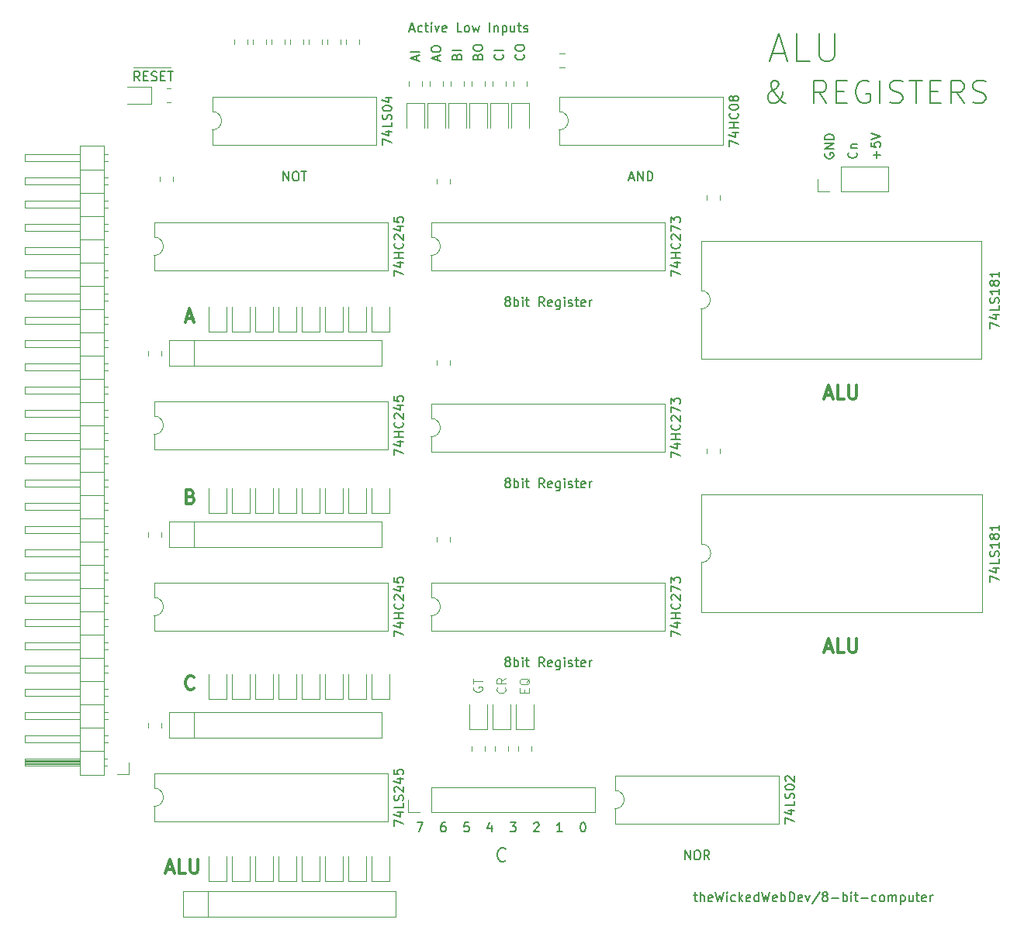
<source format=gbr>
%TF.GenerationSoftware,KiCad,Pcbnew,(5.1.10-1-10_14)*%
%TF.CreationDate,2021-07-31T09:22:51-04:00*%
%TF.ProjectId,register-smd,72656769-7374-4657-922d-736d642e6b69,rev?*%
%TF.SameCoordinates,Original*%
%TF.FileFunction,Legend,Top*%
%TF.FilePolarity,Positive*%
%FSLAX46Y46*%
G04 Gerber Fmt 4.6, Leading zero omitted, Abs format (unit mm)*
G04 Created by KiCad (PCBNEW (5.1.10-1-10_14)) date 2021-07-31 09:22:51*
%MOMM*%
%LPD*%
G01*
G04 APERTURE LIST*
%ADD10C,0.120000*%
%ADD11C,0.150000*%
%ADD12C,0.200000*%
%ADD13C,0.300000*%
%ADD14C,0.100000*%
G04 APERTURE END LIST*
D10*
X78740000Y-89154000D02*
X82804000Y-89154000D01*
D11*
X108887428Y-85002666D02*
X109363619Y-85002666D01*
X108792190Y-85288380D02*
X109125523Y-84288380D01*
X109458857Y-85288380D01*
X110220761Y-85240761D02*
X110125523Y-85288380D01*
X109935047Y-85288380D01*
X109839809Y-85240761D01*
X109792190Y-85193142D01*
X109744571Y-85097904D01*
X109744571Y-84812190D01*
X109792190Y-84716952D01*
X109839809Y-84669333D01*
X109935047Y-84621714D01*
X110125523Y-84621714D01*
X110220761Y-84669333D01*
X110506476Y-84621714D02*
X110887428Y-84621714D01*
X110649333Y-84288380D02*
X110649333Y-85145523D01*
X110696952Y-85240761D01*
X110792190Y-85288380D01*
X110887428Y-85288380D01*
X111220761Y-85288380D02*
X111220761Y-84621714D01*
X111220761Y-84288380D02*
X111173142Y-84336000D01*
X111220761Y-84383619D01*
X111268380Y-84336000D01*
X111220761Y-84288380D01*
X111220761Y-84383619D01*
X111601714Y-84621714D02*
X111839809Y-85288380D01*
X112077904Y-84621714D01*
X112839809Y-85240761D02*
X112744571Y-85288380D01*
X112554095Y-85288380D01*
X112458857Y-85240761D01*
X112411238Y-85145523D01*
X112411238Y-84764571D01*
X112458857Y-84669333D01*
X112554095Y-84621714D01*
X112744571Y-84621714D01*
X112839809Y-84669333D01*
X112887428Y-84764571D01*
X112887428Y-84859809D01*
X112411238Y-84955047D01*
X114554095Y-85288380D02*
X114077904Y-85288380D01*
X114077904Y-84288380D01*
X115030285Y-85288380D02*
X114935047Y-85240761D01*
X114887428Y-85193142D01*
X114839809Y-85097904D01*
X114839809Y-84812190D01*
X114887428Y-84716952D01*
X114935047Y-84669333D01*
X115030285Y-84621714D01*
X115173142Y-84621714D01*
X115268380Y-84669333D01*
X115316000Y-84716952D01*
X115363619Y-84812190D01*
X115363619Y-85097904D01*
X115316000Y-85193142D01*
X115268380Y-85240761D01*
X115173142Y-85288380D01*
X115030285Y-85288380D01*
X115696952Y-84621714D02*
X115887428Y-85288380D01*
X116077904Y-84812190D01*
X116268380Y-85288380D01*
X116458857Y-84621714D01*
X117601714Y-85288380D02*
X117601714Y-84288380D01*
X118077904Y-84621714D02*
X118077904Y-85288380D01*
X118077904Y-84716952D02*
X118125523Y-84669333D01*
X118220761Y-84621714D01*
X118363619Y-84621714D01*
X118458857Y-84669333D01*
X118506476Y-84764571D01*
X118506476Y-85288380D01*
X118982666Y-84621714D02*
X118982666Y-85621714D01*
X118982666Y-84669333D02*
X119077904Y-84621714D01*
X119268380Y-84621714D01*
X119363619Y-84669333D01*
X119411238Y-84716952D01*
X119458857Y-84812190D01*
X119458857Y-85097904D01*
X119411238Y-85193142D01*
X119363619Y-85240761D01*
X119268380Y-85288380D01*
X119077904Y-85288380D01*
X118982666Y-85240761D01*
X120316000Y-84621714D02*
X120316000Y-85288380D01*
X119887428Y-84621714D02*
X119887428Y-85145523D01*
X119935047Y-85240761D01*
X120030285Y-85288380D01*
X120173142Y-85288380D01*
X120268380Y-85240761D01*
X120316000Y-85193142D01*
X120649333Y-84621714D02*
X121030285Y-84621714D01*
X120792190Y-84288380D02*
X120792190Y-85145523D01*
X120839809Y-85240761D01*
X120935047Y-85288380D01*
X121030285Y-85288380D01*
X121316000Y-85240761D02*
X121411238Y-85288380D01*
X121601714Y-85288380D01*
X121696952Y-85240761D01*
X121744571Y-85145523D01*
X121744571Y-85097904D01*
X121696952Y-85002666D01*
X121601714Y-84955047D01*
X121458857Y-84955047D01*
X121363619Y-84907428D01*
X121316000Y-84812190D01*
X121316000Y-84764571D01*
X121363619Y-84669333D01*
X121458857Y-84621714D01*
X121601714Y-84621714D01*
X121696952Y-84669333D01*
X139860380Y-179617714D02*
X140241333Y-179617714D01*
X140003238Y-179284380D02*
X140003238Y-180141523D01*
X140050857Y-180236761D01*
X140146095Y-180284380D01*
X140241333Y-180284380D01*
X140574666Y-180284380D02*
X140574666Y-179284380D01*
X141003238Y-180284380D02*
X141003238Y-179760571D01*
X140955619Y-179665333D01*
X140860380Y-179617714D01*
X140717523Y-179617714D01*
X140622285Y-179665333D01*
X140574666Y-179712952D01*
X141860380Y-180236761D02*
X141765142Y-180284380D01*
X141574666Y-180284380D01*
X141479428Y-180236761D01*
X141431809Y-180141523D01*
X141431809Y-179760571D01*
X141479428Y-179665333D01*
X141574666Y-179617714D01*
X141765142Y-179617714D01*
X141860380Y-179665333D01*
X141908000Y-179760571D01*
X141908000Y-179855809D01*
X141431809Y-179951047D01*
X142241333Y-179284380D02*
X142479428Y-180284380D01*
X142669904Y-179570095D01*
X142860380Y-180284380D01*
X143098476Y-179284380D01*
X143479428Y-180284380D02*
X143479428Y-179617714D01*
X143479428Y-179284380D02*
X143431809Y-179332000D01*
X143479428Y-179379619D01*
X143527047Y-179332000D01*
X143479428Y-179284380D01*
X143479428Y-179379619D01*
X144384190Y-180236761D02*
X144288952Y-180284380D01*
X144098476Y-180284380D01*
X144003238Y-180236761D01*
X143955619Y-180189142D01*
X143908000Y-180093904D01*
X143908000Y-179808190D01*
X143955619Y-179712952D01*
X144003238Y-179665333D01*
X144098476Y-179617714D01*
X144288952Y-179617714D01*
X144384190Y-179665333D01*
X144812761Y-180284380D02*
X144812761Y-179284380D01*
X144908000Y-179903428D02*
X145193714Y-180284380D01*
X145193714Y-179617714D02*
X144812761Y-179998666D01*
X146003238Y-180236761D02*
X145908000Y-180284380D01*
X145717523Y-180284380D01*
X145622285Y-180236761D01*
X145574666Y-180141523D01*
X145574666Y-179760571D01*
X145622285Y-179665333D01*
X145717523Y-179617714D01*
X145908000Y-179617714D01*
X146003238Y-179665333D01*
X146050857Y-179760571D01*
X146050857Y-179855809D01*
X145574666Y-179951047D01*
X146908000Y-180284380D02*
X146908000Y-179284380D01*
X146908000Y-180236761D02*
X146812761Y-180284380D01*
X146622285Y-180284380D01*
X146527047Y-180236761D01*
X146479428Y-180189142D01*
X146431809Y-180093904D01*
X146431809Y-179808190D01*
X146479428Y-179712952D01*
X146527047Y-179665333D01*
X146622285Y-179617714D01*
X146812761Y-179617714D01*
X146908000Y-179665333D01*
X147288952Y-179284380D02*
X147527047Y-180284380D01*
X147717523Y-179570095D01*
X147908000Y-180284380D01*
X148146095Y-179284380D01*
X148908000Y-180236761D02*
X148812761Y-180284380D01*
X148622285Y-180284380D01*
X148527047Y-180236761D01*
X148479428Y-180141523D01*
X148479428Y-179760571D01*
X148527047Y-179665333D01*
X148622285Y-179617714D01*
X148812761Y-179617714D01*
X148908000Y-179665333D01*
X148955619Y-179760571D01*
X148955619Y-179855809D01*
X148479428Y-179951047D01*
X149384190Y-180284380D02*
X149384190Y-179284380D01*
X149384190Y-179665333D02*
X149479428Y-179617714D01*
X149669904Y-179617714D01*
X149765142Y-179665333D01*
X149812761Y-179712952D01*
X149860380Y-179808190D01*
X149860380Y-180093904D01*
X149812761Y-180189142D01*
X149765142Y-180236761D01*
X149669904Y-180284380D01*
X149479428Y-180284380D01*
X149384190Y-180236761D01*
X150288952Y-180284380D02*
X150288952Y-179284380D01*
X150527047Y-179284380D01*
X150669904Y-179332000D01*
X150765142Y-179427238D01*
X150812761Y-179522476D01*
X150860380Y-179712952D01*
X150860380Y-179855809D01*
X150812761Y-180046285D01*
X150765142Y-180141523D01*
X150669904Y-180236761D01*
X150527047Y-180284380D01*
X150288952Y-180284380D01*
X151669904Y-180236761D02*
X151574666Y-180284380D01*
X151384190Y-180284380D01*
X151288952Y-180236761D01*
X151241333Y-180141523D01*
X151241333Y-179760571D01*
X151288952Y-179665333D01*
X151384190Y-179617714D01*
X151574666Y-179617714D01*
X151669904Y-179665333D01*
X151717523Y-179760571D01*
X151717523Y-179855809D01*
X151241333Y-179951047D01*
X152050857Y-179617714D02*
X152288952Y-180284380D01*
X152527047Y-179617714D01*
X153622285Y-179236761D02*
X152765142Y-180522476D01*
X154098476Y-179712952D02*
X154003238Y-179665333D01*
X153955619Y-179617714D01*
X153908000Y-179522476D01*
X153908000Y-179474857D01*
X153955619Y-179379619D01*
X154003238Y-179332000D01*
X154098476Y-179284380D01*
X154288952Y-179284380D01*
X154384190Y-179332000D01*
X154431809Y-179379619D01*
X154479428Y-179474857D01*
X154479428Y-179522476D01*
X154431809Y-179617714D01*
X154384190Y-179665333D01*
X154288952Y-179712952D01*
X154098476Y-179712952D01*
X154003238Y-179760571D01*
X153955619Y-179808190D01*
X153908000Y-179903428D01*
X153908000Y-180093904D01*
X153955619Y-180189142D01*
X154003238Y-180236761D01*
X154098476Y-180284380D01*
X154288952Y-180284380D01*
X154384190Y-180236761D01*
X154431809Y-180189142D01*
X154479428Y-180093904D01*
X154479428Y-179903428D01*
X154431809Y-179808190D01*
X154384190Y-179760571D01*
X154288952Y-179712952D01*
X154908000Y-179903428D02*
X155669904Y-179903428D01*
X156146095Y-180284380D02*
X156146095Y-179284380D01*
X156146095Y-179665333D02*
X156241333Y-179617714D01*
X156431809Y-179617714D01*
X156527047Y-179665333D01*
X156574666Y-179712952D01*
X156622285Y-179808190D01*
X156622285Y-180093904D01*
X156574666Y-180189142D01*
X156527047Y-180236761D01*
X156431809Y-180284380D01*
X156241333Y-180284380D01*
X156146095Y-180236761D01*
X157050857Y-180284380D02*
X157050857Y-179617714D01*
X157050857Y-179284380D02*
X157003238Y-179332000D01*
X157050857Y-179379619D01*
X157098476Y-179332000D01*
X157050857Y-179284380D01*
X157050857Y-179379619D01*
X157384190Y-179617714D02*
X157765142Y-179617714D01*
X157527047Y-179284380D02*
X157527047Y-180141523D01*
X157574666Y-180236761D01*
X157669904Y-180284380D01*
X157765142Y-180284380D01*
X158098476Y-179903428D02*
X158860380Y-179903428D01*
X159765142Y-180236761D02*
X159669904Y-180284380D01*
X159479428Y-180284380D01*
X159384190Y-180236761D01*
X159336571Y-180189142D01*
X159288952Y-180093904D01*
X159288952Y-179808190D01*
X159336571Y-179712952D01*
X159384190Y-179665333D01*
X159479428Y-179617714D01*
X159669904Y-179617714D01*
X159765142Y-179665333D01*
X160336571Y-180284380D02*
X160241333Y-180236761D01*
X160193714Y-180189142D01*
X160146095Y-180093904D01*
X160146095Y-179808190D01*
X160193714Y-179712952D01*
X160241333Y-179665333D01*
X160336571Y-179617714D01*
X160479428Y-179617714D01*
X160574666Y-179665333D01*
X160622285Y-179712952D01*
X160669904Y-179808190D01*
X160669904Y-180093904D01*
X160622285Y-180189142D01*
X160574666Y-180236761D01*
X160479428Y-180284380D01*
X160336571Y-180284380D01*
X161098476Y-180284380D02*
X161098476Y-179617714D01*
X161098476Y-179712952D02*
X161146095Y-179665333D01*
X161241333Y-179617714D01*
X161384190Y-179617714D01*
X161479428Y-179665333D01*
X161527047Y-179760571D01*
X161527047Y-180284380D01*
X161527047Y-179760571D02*
X161574666Y-179665333D01*
X161669904Y-179617714D01*
X161812761Y-179617714D01*
X161908000Y-179665333D01*
X161955619Y-179760571D01*
X161955619Y-180284380D01*
X162431809Y-179617714D02*
X162431809Y-180617714D01*
X162431809Y-179665333D02*
X162527047Y-179617714D01*
X162717523Y-179617714D01*
X162812761Y-179665333D01*
X162860380Y-179712952D01*
X162908000Y-179808190D01*
X162908000Y-180093904D01*
X162860380Y-180189142D01*
X162812761Y-180236761D01*
X162717523Y-180284380D01*
X162527047Y-180284380D01*
X162431809Y-180236761D01*
X163765142Y-179617714D02*
X163765142Y-180284380D01*
X163336571Y-179617714D02*
X163336571Y-180141523D01*
X163384190Y-180236761D01*
X163479428Y-180284380D01*
X163622285Y-180284380D01*
X163717523Y-180236761D01*
X163765142Y-180189142D01*
X164098476Y-179617714D02*
X164479428Y-179617714D01*
X164241333Y-179284380D02*
X164241333Y-180141523D01*
X164288952Y-180236761D01*
X164384190Y-180284380D01*
X164479428Y-180284380D01*
X165193714Y-180236761D02*
X165098476Y-180284380D01*
X164908000Y-180284380D01*
X164812761Y-180236761D01*
X164765142Y-180141523D01*
X164765142Y-179760571D01*
X164812761Y-179665333D01*
X164908000Y-179617714D01*
X165098476Y-179617714D01*
X165193714Y-179665333D01*
X165241333Y-179760571D01*
X165241333Y-179855809D01*
X164765142Y-179951047D01*
X165669904Y-180284380D02*
X165669904Y-179617714D01*
X165669904Y-179808190D02*
X165717523Y-179712952D01*
X165765142Y-179665333D01*
X165860380Y-179617714D01*
X165955619Y-179617714D01*
D12*
X149944571Y-93078952D02*
X149825523Y-93078952D01*
X149587428Y-92959904D01*
X149230285Y-92602761D01*
X148635047Y-91888476D01*
X148396952Y-91531333D01*
X148277904Y-91174190D01*
X148277904Y-90936095D01*
X148396952Y-90698000D01*
X148635047Y-90578952D01*
X148754095Y-90578952D01*
X148992190Y-90698000D01*
X149111238Y-90936095D01*
X149111238Y-91055142D01*
X148992190Y-91293238D01*
X148873142Y-91412285D01*
X148158857Y-91888476D01*
X148039809Y-92007523D01*
X147920761Y-92245619D01*
X147920761Y-92602761D01*
X148039809Y-92840857D01*
X148158857Y-92959904D01*
X148396952Y-93078952D01*
X148754095Y-93078952D01*
X148992190Y-92959904D01*
X149111238Y-92840857D01*
X149468380Y-92364666D01*
X149587428Y-92007523D01*
X149587428Y-91769428D01*
X154349333Y-93078952D02*
X153516000Y-91888476D01*
X152920761Y-93078952D02*
X152920761Y-90578952D01*
X153873142Y-90578952D01*
X154111238Y-90698000D01*
X154230285Y-90817047D01*
X154349333Y-91055142D01*
X154349333Y-91412285D01*
X154230285Y-91650380D01*
X154111238Y-91769428D01*
X153873142Y-91888476D01*
X152920761Y-91888476D01*
X155420761Y-91769428D02*
X156254095Y-91769428D01*
X156611238Y-93078952D02*
X155420761Y-93078952D01*
X155420761Y-90578952D01*
X156611238Y-90578952D01*
X158992190Y-90698000D02*
X158754095Y-90578952D01*
X158396952Y-90578952D01*
X158039809Y-90698000D01*
X157801714Y-90936095D01*
X157682666Y-91174190D01*
X157563619Y-91650380D01*
X157563619Y-92007523D01*
X157682666Y-92483714D01*
X157801714Y-92721809D01*
X158039809Y-92959904D01*
X158396952Y-93078952D01*
X158635047Y-93078952D01*
X158992190Y-92959904D01*
X159111238Y-92840857D01*
X159111238Y-92007523D01*
X158635047Y-92007523D01*
X160182666Y-93078952D02*
X160182666Y-90578952D01*
X161254095Y-92959904D02*
X161611238Y-93078952D01*
X162206476Y-93078952D01*
X162444571Y-92959904D01*
X162563619Y-92840857D01*
X162682666Y-92602761D01*
X162682666Y-92364666D01*
X162563619Y-92126571D01*
X162444571Y-92007523D01*
X162206476Y-91888476D01*
X161730285Y-91769428D01*
X161492190Y-91650380D01*
X161373142Y-91531333D01*
X161254095Y-91293238D01*
X161254095Y-91055142D01*
X161373142Y-90817047D01*
X161492190Y-90698000D01*
X161730285Y-90578952D01*
X162325523Y-90578952D01*
X162682666Y-90698000D01*
X163396952Y-90578952D02*
X164825523Y-90578952D01*
X164111238Y-93078952D02*
X164111238Y-90578952D01*
X165658857Y-91769428D02*
X166492190Y-91769428D01*
X166849333Y-93078952D02*
X165658857Y-93078952D01*
X165658857Y-90578952D01*
X166849333Y-90578952D01*
X169349333Y-93078952D02*
X168516000Y-91888476D01*
X167920761Y-93078952D02*
X167920761Y-90578952D01*
X168873142Y-90578952D01*
X169111238Y-90698000D01*
X169230285Y-90817047D01*
X169349333Y-91055142D01*
X169349333Y-91412285D01*
X169230285Y-91650380D01*
X169111238Y-91769428D01*
X168873142Y-91888476D01*
X167920761Y-91888476D01*
X170301714Y-92959904D02*
X170658857Y-93078952D01*
X171254095Y-93078952D01*
X171492190Y-92959904D01*
X171611238Y-92840857D01*
X171730285Y-92602761D01*
X171730285Y-92364666D01*
X171611238Y-92126571D01*
X171492190Y-92007523D01*
X171254095Y-91888476D01*
X170777904Y-91769428D01*
X170539809Y-91650380D01*
X170420761Y-91531333D01*
X170301714Y-91293238D01*
X170301714Y-91055142D01*
X170420761Y-90817047D01*
X170539809Y-90698000D01*
X170777904Y-90578952D01*
X171373142Y-90578952D01*
X171730285Y-90698000D01*
X148392000Y-87622000D02*
X149820571Y-87622000D01*
X148106285Y-88479142D02*
X149106285Y-85479142D01*
X150106285Y-88479142D01*
X152534857Y-88479142D02*
X151106285Y-88479142D01*
X151106285Y-85479142D01*
X153534857Y-85479142D02*
X153534857Y-87907714D01*
X153677714Y-88193428D01*
X153820571Y-88336285D01*
X154106285Y-88479142D01*
X154677714Y-88479142D01*
X154963428Y-88336285D01*
X155106285Y-88193428D01*
X155249142Y-87907714D01*
X155249142Y-85479142D01*
D11*
X95075523Y-101544380D02*
X95075523Y-100544380D01*
X95646952Y-101544380D01*
X95646952Y-100544380D01*
X96313619Y-100544380D02*
X96504095Y-100544380D01*
X96599333Y-100592000D01*
X96694571Y-100687238D01*
X96742190Y-100877714D01*
X96742190Y-101211047D01*
X96694571Y-101401523D01*
X96599333Y-101496761D01*
X96504095Y-101544380D01*
X96313619Y-101544380D01*
X96218380Y-101496761D01*
X96123142Y-101401523D01*
X96075523Y-101211047D01*
X96075523Y-100877714D01*
X96123142Y-100687238D01*
X96218380Y-100592000D01*
X96313619Y-100544380D01*
X97027904Y-100544380D02*
X97599333Y-100544380D01*
X97313619Y-101544380D02*
X97313619Y-100544380D01*
X132850095Y-101258666D02*
X133326285Y-101258666D01*
X132754857Y-101544380D02*
X133088190Y-100544380D01*
X133421523Y-101544380D01*
X133754857Y-101544380D02*
X133754857Y-100544380D01*
X134326285Y-101544380D01*
X134326285Y-100544380D01*
X134802476Y-101544380D02*
X134802476Y-100544380D01*
X135040571Y-100544380D01*
X135183428Y-100592000D01*
X135278666Y-100687238D01*
X135326285Y-100782476D01*
X135373904Y-100972952D01*
X135373904Y-101115809D01*
X135326285Y-101306285D01*
X135278666Y-101401523D01*
X135183428Y-101496761D01*
X135040571Y-101544380D01*
X134802476Y-101544380D01*
X138898476Y-175712380D02*
X138898476Y-174712380D01*
X139469904Y-175712380D01*
X139469904Y-174712380D01*
X140136571Y-174712380D02*
X140327047Y-174712380D01*
X140422285Y-174760000D01*
X140517523Y-174855238D01*
X140565142Y-175045714D01*
X140565142Y-175379047D01*
X140517523Y-175569523D01*
X140422285Y-175664761D01*
X140327047Y-175712380D01*
X140136571Y-175712380D01*
X140041333Y-175664761D01*
X139946095Y-175569523D01*
X139898476Y-175379047D01*
X139898476Y-175045714D01*
X139946095Y-174855238D01*
X140041333Y-174760000D01*
X140136571Y-174712380D01*
X141565142Y-175712380D02*
X141231809Y-175236190D01*
X140993714Y-175712380D02*
X140993714Y-174712380D01*
X141374666Y-174712380D01*
X141469904Y-174760000D01*
X141517523Y-174807619D01*
X141565142Y-174902857D01*
X141565142Y-175045714D01*
X141517523Y-175140952D01*
X141469904Y-175188571D01*
X141374666Y-175236190D01*
X140993714Y-175236190D01*
X79393023Y-90622380D02*
X79059690Y-90146190D01*
X78821595Y-90622380D02*
X78821595Y-89622380D01*
X79202547Y-89622380D01*
X79297785Y-89670000D01*
X79345404Y-89717619D01*
X79393023Y-89812857D01*
X79393023Y-89955714D01*
X79345404Y-90050952D01*
X79297785Y-90098571D01*
X79202547Y-90146190D01*
X78821595Y-90146190D01*
X79821595Y-90098571D02*
X80154928Y-90098571D01*
X80297785Y-90622380D02*
X79821595Y-90622380D01*
X79821595Y-89622380D01*
X80297785Y-89622380D01*
X80678738Y-90574761D02*
X80821595Y-90622380D01*
X81059690Y-90622380D01*
X81154928Y-90574761D01*
X81202547Y-90527142D01*
X81250166Y-90431904D01*
X81250166Y-90336666D01*
X81202547Y-90241428D01*
X81154928Y-90193809D01*
X81059690Y-90146190D01*
X80869214Y-90098571D01*
X80773976Y-90050952D01*
X80726357Y-90003333D01*
X80678738Y-89908095D01*
X80678738Y-89812857D01*
X80726357Y-89717619D01*
X80773976Y-89670000D01*
X80869214Y-89622380D01*
X81107309Y-89622380D01*
X81250166Y-89670000D01*
X81678738Y-90098571D02*
X82012071Y-90098571D01*
X82154928Y-90622380D02*
X81678738Y-90622380D01*
X81678738Y-89622380D01*
X82154928Y-89622380D01*
X82440642Y-89622380D02*
X83012071Y-89622380D01*
X82726357Y-90622380D02*
X82726357Y-89622380D01*
D13*
X154206000Y-152650000D02*
X154920285Y-152650000D01*
X154063142Y-153078571D02*
X154563142Y-151578571D01*
X155063142Y-153078571D01*
X156277428Y-153078571D02*
X155563142Y-153078571D01*
X155563142Y-151578571D01*
X156777428Y-151578571D02*
X156777428Y-152792857D01*
X156848857Y-152935714D01*
X156920285Y-153007142D01*
X157063142Y-153078571D01*
X157348857Y-153078571D01*
X157491714Y-153007142D01*
X157563142Y-152935714D01*
X157634571Y-152792857D01*
X157634571Y-151578571D01*
D11*
X119452000Y-154058952D02*
X119356761Y-154011333D01*
X119309142Y-153963714D01*
X119261523Y-153868476D01*
X119261523Y-153820857D01*
X119309142Y-153725619D01*
X119356761Y-153678000D01*
X119452000Y-153630380D01*
X119642476Y-153630380D01*
X119737714Y-153678000D01*
X119785333Y-153725619D01*
X119832952Y-153820857D01*
X119832952Y-153868476D01*
X119785333Y-153963714D01*
X119737714Y-154011333D01*
X119642476Y-154058952D01*
X119452000Y-154058952D01*
X119356761Y-154106571D01*
X119309142Y-154154190D01*
X119261523Y-154249428D01*
X119261523Y-154439904D01*
X119309142Y-154535142D01*
X119356761Y-154582761D01*
X119452000Y-154630380D01*
X119642476Y-154630380D01*
X119737714Y-154582761D01*
X119785333Y-154535142D01*
X119832952Y-154439904D01*
X119832952Y-154249428D01*
X119785333Y-154154190D01*
X119737714Y-154106571D01*
X119642476Y-154058952D01*
X120261523Y-154630380D02*
X120261523Y-153630380D01*
X120261523Y-154011333D02*
X120356761Y-153963714D01*
X120547238Y-153963714D01*
X120642476Y-154011333D01*
X120690095Y-154058952D01*
X120737714Y-154154190D01*
X120737714Y-154439904D01*
X120690095Y-154535142D01*
X120642476Y-154582761D01*
X120547238Y-154630380D01*
X120356761Y-154630380D01*
X120261523Y-154582761D01*
X121166285Y-154630380D02*
X121166285Y-153963714D01*
X121166285Y-153630380D02*
X121118666Y-153678000D01*
X121166285Y-153725619D01*
X121213904Y-153678000D01*
X121166285Y-153630380D01*
X121166285Y-153725619D01*
X121499619Y-153963714D02*
X121880571Y-153963714D01*
X121642476Y-153630380D02*
X121642476Y-154487523D01*
X121690095Y-154582761D01*
X121785333Y-154630380D01*
X121880571Y-154630380D01*
X123547238Y-154630380D02*
X123213904Y-154154190D01*
X122975809Y-154630380D02*
X122975809Y-153630380D01*
X123356761Y-153630380D01*
X123452000Y-153678000D01*
X123499619Y-153725619D01*
X123547238Y-153820857D01*
X123547238Y-153963714D01*
X123499619Y-154058952D01*
X123452000Y-154106571D01*
X123356761Y-154154190D01*
X122975809Y-154154190D01*
X124356761Y-154582761D02*
X124261523Y-154630380D01*
X124071047Y-154630380D01*
X123975809Y-154582761D01*
X123928190Y-154487523D01*
X123928190Y-154106571D01*
X123975809Y-154011333D01*
X124071047Y-153963714D01*
X124261523Y-153963714D01*
X124356761Y-154011333D01*
X124404380Y-154106571D01*
X124404380Y-154201809D01*
X123928190Y-154297047D01*
X125261523Y-153963714D02*
X125261523Y-154773238D01*
X125213904Y-154868476D01*
X125166285Y-154916095D01*
X125071047Y-154963714D01*
X124928190Y-154963714D01*
X124832952Y-154916095D01*
X125261523Y-154582761D02*
X125166285Y-154630380D01*
X124975809Y-154630380D01*
X124880571Y-154582761D01*
X124832952Y-154535142D01*
X124785333Y-154439904D01*
X124785333Y-154154190D01*
X124832952Y-154058952D01*
X124880571Y-154011333D01*
X124975809Y-153963714D01*
X125166285Y-153963714D01*
X125261523Y-154011333D01*
X125737714Y-154630380D02*
X125737714Y-153963714D01*
X125737714Y-153630380D02*
X125690095Y-153678000D01*
X125737714Y-153725619D01*
X125785333Y-153678000D01*
X125737714Y-153630380D01*
X125737714Y-153725619D01*
X126166285Y-154582761D02*
X126261523Y-154630380D01*
X126451999Y-154630380D01*
X126547238Y-154582761D01*
X126594857Y-154487523D01*
X126594857Y-154439904D01*
X126547238Y-154344666D01*
X126451999Y-154297047D01*
X126309142Y-154297047D01*
X126213904Y-154249428D01*
X126166285Y-154154190D01*
X126166285Y-154106571D01*
X126213904Y-154011333D01*
X126309142Y-153963714D01*
X126451999Y-153963714D01*
X126547238Y-154011333D01*
X126880571Y-153963714D02*
X127261523Y-153963714D01*
X127023428Y-153630380D02*
X127023428Y-154487523D01*
X127071047Y-154582761D01*
X127166285Y-154630380D01*
X127261523Y-154630380D01*
X127975809Y-154582761D02*
X127880571Y-154630380D01*
X127690095Y-154630380D01*
X127594857Y-154582761D01*
X127547238Y-154487523D01*
X127547238Y-154106571D01*
X127594857Y-154011333D01*
X127690095Y-153963714D01*
X127880571Y-153963714D01*
X127975809Y-154011333D01*
X128023428Y-154106571D01*
X128023428Y-154201809D01*
X127547238Y-154297047D01*
X128452000Y-154630380D02*
X128452000Y-153963714D01*
X128452000Y-154154190D02*
X128499619Y-154058952D01*
X128547238Y-154011333D01*
X128642476Y-153963714D01*
X128737714Y-153963714D01*
X119452000Y-114688952D02*
X119356761Y-114641333D01*
X119309142Y-114593714D01*
X119261523Y-114498476D01*
X119261523Y-114450857D01*
X119309142Y-114355619D01*
X119356761Y-114308000D01*
X119452000Y-114260380D01*
X119642476Y-114260380D01*
X119737714Y-114308000D01*
X119785333Y-114355619D01*
X119832952Y-114450857D01*
X119832952Y-114498476D01*
X119785333Y-114593714D01*
X119737714Y-114641333D01*
X119642476Y-114688952D01*
X119452000Y-114688952D01*
X119356761Y-114736571D01*
X119309142Y-114784190D01*
X119261523Y-114879428D01*
X119261523Y-115069904D01*
X119309142Y-115165142D01*
X119356761Y-115212761D01*
X119452000Y-115260380D01*
X119642476Y-115260380D01*
X119737714Y-115212761D01*
X119785333Y-115165142D01*
X119832952Y-115069904D01*
X119832952Y-114879428D01*
X119785333Y-114784190D01*
X119737714Y-114736571D01*
X119642476Y-114688952D01*
X120261523Y-115260380D02*
X120261523Y-114260380D01*
X120261523Y-114641333D02*
X120356761Y-114593714D01*
X120547238Y-114593714D01*
X120642476Y-114641333D01*
X120690095Y-114688952D01*
X120737714Y-114784190D01*
X120737714Y-115069904D01*
X120690095Y-115165142D01*
X120642476Y-115212761D01*
X120547238Y-115260380D01*
X120356761Y-115260380D01*
X120261523Y-115212761D01*
X121166285Y-115260380D02*
X121166285Y-114593714D01*
X121166285Y-114260380D02*
X121118666Y-114308000D01*
X121166285Y-114355619D01*
X121213904Y-114308000D01*
X121166285Y-114260380D01*
X121166285Y-114355619D01*
X121499619Y-114593714D02*
X121880571Y-114593714D01*
X121642476Y-114260380D02*
X121642476Y-115117523D01*
X121690095Y-115212761D01*
X121785333Y-115260380D01*
X121880571Y-115260380D01*
X123547238Y-115260380D02*
X123213904Y-114784190D01*
X122975809Y-115260380D02*
X122975809Y-114260380D01*
X123356761Y-114260380D01*
X123452000Y-114308000D01*
X123499619Y-114355619D01*
X123547238Y-114450857D01*
X123547238Y-114593714D01*
X123499619Y-114688952D01*
X123452000Y-114736571D01*
X123356761Y-114784190D01*
X122975809Y-114784190D01*
X124356761Y-115212761D02*
X124261523Y-115260380D01*
X124071047Y-115260380D01*
X123975809Y-115212761D01*
X123928190Y-115117523D01*
X123928190Y-114736571D01*
X123975809Y-114641333D01*
X124071047Y-114593714D01*
X124261523Y-114593714D01*
X124356761Y-114641333D01*
X124404380Y-114736571D01*
X124404380Y-114831809D01*
X123928190Y-114927047D01*
X125261523Y-114593714D02*
X125261523Y-115403238D01*
X125213904Y-115498476D01*
X125166285Y-115546095D01*
X125071047Y-115593714D01*
X124928190Y-115593714D01*
X124832952Y-115546095D01*
X125261523Y-115212761D02*
X125166285Y-115260380D01*
X124975809Y-115260380D01*
X124880571Y-115212761D01*
X124832952Y-115165142D01*
X124785333Y-115069904D01*
X124785333Y-114784190D01*
X124832952Y-114688952D01*
X124880571Y-114641333D01*
X124975809Y-114593714D01*
X125166285Y-114593714D01*
X125261523Y-114641333D01*
X125737714Y-115260380D02*
X125737714Y-114593714D01*
X125737714Y-114260380D02*
X125690095Y-114308000D01*
X125737714Y-114355619D01*
X125785333Y-114308000D01*
X125737714Y-114260380D01*
X125737714Y-114355619D01*
X126166285Y-115212761D02*
X126261523Y-115260380D01*
X126451999Y-115260380D01*
X126547238Y-115212761D01*
X126594857Y-115117523D01*
X126594857Y-115069904D01*
X126547238Y-114974666D01*
X126451999Y-114927047D01*
X126309142Y-114927047D01*
X126213904Y-114879428D01*
X126166285Y-114784190D01*
X126166285Y-114736571D01*
X126213904Y-114641333D01*
X126309142Y-114593714D01*
X126451999Y-114593714D01*
X126547238Y-114641333D01*
X126880571Y-114593714D02*
X127261523Y-114593714D01*
X127023428Y-114260380D02*
X127023428Y-115117523D01*
X127071047Y-115212761D01*
X127166285Y-115260380D01*
X127261523Y-115260380D01*
X127975809Y-115212761D02*
X127880571Y-115260380D01*
X127690095Y-115260380D01*
X127594857Y-115212761D01*
X127547238Y-115117523D01*
X127547238Y-114736571D01*
X127594857Y-114641333D01*
X127690095Y-114593714D01*
X127880571Y-114593714D01*
X127975809Y-114641333D01*
X128023428Y-114736571D01*
X128023428Y-114831809D01*
X127547238Y-114927047D01*
X128452000Y-115260380D02*
X128452000Y-114593714D01*
X128452000Y-114784190D02*
X128499619Y-114688952D01*
X128547238Y-114641333D01*
X128642476Y-114593714D01*
X128737714Y-114593714D01*
X119452000Y-134500952D02*
X119356761Y-134453333D01*
X119309142Y-134405714D01*
X119261523Y-134310476D01*
X119261523Y-134262857D01*
X119309142Y-134167619D01*
X119356761Y-134120000D01*
X119452000Y-134072380D01*
X119642476Y-134072380D01*
X119737714Y-134120000D01*
X119785333Y-134167619D01*
X119832952Y-134262857D01*
X119832952Y-134310476D01*
X119785333Y-134405714D01*
X119737714Y-134453333D01*
X119642476Y-134500952D01*
X119452000Y-134500952D01*
X119356761Y-134548571D01*
X119309142Y-134596190D01*
X119261523Y-134691428D01*
X119261523Y-134881904D01*
X119309142Y-134977142D01*
X119356761Y-135024761D01*
X119452000Y-135072380D01*
X119642476Y-135072380D01*
X119737714Y-135024761D01*
X119785333Y-134977142D01*
X119832952Y-134881904D01*
X119832952Y-134691428D01*
X119785333Y-134596190D01*
X119737714Y-134548571D01*
X119642476Y-134500952D01*
X120261523Y-135072380D02*
X120261523Y-134072380D01*
X120261523Y-134453333D02*
X120356761Y-134405714D01*
X120547238Y-134405714D01*
X120642476Y-134453333D01*
X120690095Y-134500952D01*
X120737714Y-134596190D01*
X120737714Y-134881904D01*
X120690095Y-134977142D01*
X120642476Y-135024761D01*
X120547238Y-135072380D01*
X120356761Y-135072380D01*
X120261523Y-135024761D01*
X121166285Y-135072380D02*
X121166285Y-134405714D01*
X121166285Y-134072380D02*
X121118666Y-134120000D01*
X121166285Y-134167619D01*
X121213904Y-134120000D01*
X121166285Y-134072380D01*
X121166285Y-134167619D01*
X121499619Y-134405714D02*
X121880571Y-134405714D01*
X121642476Y-134072380D02*
X121642476Y-134929523D01*
X121690095Y-135024761D01*
X121785333Y-135072380D01*
X121880571Y-135072380D01*
X123547238Y-135072380D02*
X123213904Y-134596190D01*
X122975809Y-135072380D02*
X122975809Y-134072380D01*
X123356761Y-134072380D01*
X123452000Y-134120000D01*
X123499619Y-134167619D01*
X123547238Y-134262857D01*
X123547238Y-134405714D01*
X123499619Y-134500952D01*
X123452000Y-134548571D01*
X123356761Y-134596190D01*
X122975809Y-134596190D01*
X124356761Y-135024761D02*
X124261523Y-135072380D01*
X124071047Y-135072380D01*
X123975809Y-135024761D01*
X123928190Y-134929523D01*
X123928190Y-134548571D01*
X123975809Y-134453333D01*
X124071047Y-134405714D01*
X124261523Y-134405714D01*
X124356761Y-134453333D01*
X124404380Y-134548571D01*
X124404380Y-134643809D01*
X123928190Y-134739047D01*
X125261523Y-134405714D02*
X125261523Y-135215238D01*
X125213904Y-135310476D01*
X125166285Y-135358095D01*
X125071047Y-135405714D01*
X124928190Y-135405714D01*
X124832952Y-135358095D01*
X125261523Y-135024761D02*
X125166285Y-135072380D01*
X124975809Y-135072380D01*
X124880571Y-135024761D01*
X124832952Y-134977142D01*
X124785333Y-134881904D01*
X124785333Y-134596190D01*
X124832952Y-134500952D01*
X124880571Y-134453333D01*
X124975809Y-134405714D01*
X125166285Y-134405714D01*
X125261523Y-134453333D01*
X125737714Y-135072380D02*
X125737714Y-134405714D01*
X125737714Y-134072380D02*
X125690095Y-134120000D01*
X125737714Y-134167619D01*
X125785333Y-134120000D01*
X125737714Y-134072380D01*
X125737714Y-134167619D01*
X126166285Y-135024761D02*
X126261523Y-135072380D01*
X126451999Y-135072380D01*
X126547238Y-135024761D01*
X126594857Y-134929523D01*
X126594857Y-134881904D01*
X126547238Y-134786666D01*
X126451999Y-134739047D01*
X126309142Y-134739047D01*
X126213904Y-134691428D01*
X126166285Y-134596190D01*
X126166285Y-134548571D01*
X126213904Y-134453333D01*
X126309142Y-134405714D01*
X126451999Y-134405714D01*
X126547238Y-134453333D01*
X126880571Y-134405714D02*
X127261523Y-134405714D01*
X127023428Y-134072380D02*
X127023428Y-134929523D01*
X127071047Y-135024761D01*
X127166285Y-135072380D01*
X127261523Y-135072380D01*
X127975809Y-135024761D02*
X127880571Y-135072380D01*
X127690095Y-135072380D01*
X127594857Y-135024761D01*
X127547238Y-134929523D01*
X127547238Y-134548571D01*
X127594857Y-134453333D01*
X127690095Y-134405714D01*
X127880571Y-134405714D01*
X127975809Y-134453333D01*
X128023428Y-134548571D01*
X128023428Y-134643809D01*
X127547238Y-134739047D01*
X128452000Y-135072380D02*
X128452000Y-134405714D01*
X128452000Y-134596190D02*
X128499619Y-134500952D01*
X128547238Y-134453333D01*
X128642476Y-134405714D01*
X128737714Y-134405714D01*
D13*
X154206000Y-124964000D02*
X154920285Y-124964000D01*
X154063142Y-125392571D02*
X154563142Y-123892571D01*
X155063142Y-125392571D01*
X156277428Y-125392571D02*
X155563142Y-125392571D01*
X155563142Y-123892571D01*
X156777428Y-123892571D02*
X156777428Y-125106857D01*
X156848857Y-125249714D01*
X156920285Y-125321142D01*
X157063142Y-125392571D01*
X157348857Y-125392571D01*
X157491714Y-125321142D01*
X157563142Y-125249714D01*
X157634571Y-125106857D01*
X157634571Y-123892571D01*
X82324000Y-176780000D02*
X83038285Y-176780000D01*
X82181142Y-177208571D02*
X82681142Y-175708571D01*
X83181142Y-177208571D01*
X84395428Y-177208571D02*
X83681142Y-177208571D01*
X83681142Y-175708571D01*
X84895428Y-175708571D02*
X84895428Y-176922857D01*
X84966857Y-177065714D01*
X85038285Y-177137142D01*
X85181142Y-177208571D01*
X85466857Y-177208571D01*
X85609714Y-177137142D01*
X85681142Y-177065714D01*
X85752571Y-176922857D01*
X85752571Y-175708571D01*
X85300285Y-156999714D02*
X85228857Y-157071142D01*
X85014571Y-157142571D01*
X84871714Y-157142571D01*
X84657428Y-157071142D01*
X84514571Y-156928285D01*
X84443142Y-156785428D01*
X84371714Y-156499714D01*
X84371714Y-156285428D01*
X84443142Y-155999714D01*
X84514571Y-155856857D01*
X84657428Y-155714000D01*
X84871714Y-155642571D01*
X85014571Y-155642571D01*
X85228857Y-155714000D01*
X85300285Y-155785428D01*
X84943142Y-136036857D02*
X85157428Y-136108285D01*
X85228857Y-136179714D01*
X85300285Y-136322571D01*
X85300285Y-136536857D01*
X85228857Y-136679714D01*
X85157428Y-136751142D01*
X85014571Y-136822571D01*
X84443142Y-136822571D01*
X84443142Y-135322571D01*
X84943142Y-135322571D01*
X85086000Y-135394000D01*
X85157428Y-135465428D01*
X85228857Y-135608285D01*
X85228857Y-135751142D01*
X85157428Y-135894000D01*
X85086000Y-135965428D01*
X84943142Y-136036857D01*
X84443142Y-136036857D01*
X84478857Y-116582000D02*
X85193142Y-116582000D01*
X84336000Y-117010571D02*
X84836000Y-115510571D01*
X85336000Y-117010571D01*
D11*
X109640666Y-88358023D02*
X109640666Y-87881833D01*
X109926380Y-88453261D02*
X108926380Y-88119928D01*
X109926380Y-87786595D01*
X109926380Y-87453261D02*
X108926380Y-87453261D01*
X111926666Y-88358023D02*
X111926666Y-87881833D01*
X112212380Y-88453261D02*
X111212380Y-88119928D01*
X112212380Y-87786595D01*
X111212380Y-87262785D02*
X111212380Y-87072309D01*
X111260000Y-86977071D01*
X111355238Y-86881833D01*
X111545714Y-86834214D01*
X111879047Y-86834214D01*
X112069523Y-86881833D01*
X112164761Y-86977071D01*
X112212380Y-87072309D01*
X112212380Y-87262785D01*
X112164761Y-87358023D01*
X112069523Y-87453261D01*
X111879047Y-87500880D01*
X111545714Y-87500880D01*
X111355238Y-87453261D01*
X111260000Y-87358023D01*
X111212380Y-87262785D01*
X113974571Y-87977071D02*
X114022190Y-87834214D01*
X114069809Y-87786595D01*
X114165047Y-87738976D01*
X114307904Y-87738976D01*
X114403142Y-87786595D01*
X114450761Y-87834214D01*
X114498380Y-87929452D01*
X114498380Y-88310404D01*
X113498380Y-88310404D01*
X113498380Y-87977071D01*
X113546000Y-87881833D01*
X113593619Y-87834214D01*
X113688857Y-87786595D01*
X113784095Y-87786595D01*
X113879333Y-87834214D01*
X113926952Y-87881833D01*
X113974571Y-87977071D01*
X113974571Y-88310404D01*
X114498380Y-87310404D02*
X113498380Y-87310404D01*
X116260571Y-87977071D02*
X116308190Y-87834214D01*
X116355809Y-87786595D01*
X116451047Y-87738976D01*
X116593904Y-87738976D01*
X116689142Y-87786595D01*
X116736761Y-87834214D01*
X116784380Y-87929452D01*
X116784380Y-88310404D01*
X115784380Y-88310404D01*
X115784380Y-87977071D01*
X115832000Y-87881833D01*
X115879619Y-87834214D01*
X115974857Y-87786595D01*
X116070095Y-87786595D01*
X116165333Y-87834214D01*
X116212952Y-87881833D01*
X116260571Y-87977071D01*
X116260571Y-88310404D01*
X115784380Y-87119928D02*
X115784380Y-86929452D01*
X115832000Y-86834214D01*
X115927238Y-86738976D01*
X116117714Y-86691357D01*
X116451047Y-86691357D01*
X116641523Y-86738976D01*
X116736761Y-86834214D01*
X116784380Y-86929452D01*
X116784380Y-87119928D01*
X116736761Y-87215166D01*
X116641523Y-87310404D01*
X116451047Y-87358023D01*
X116117714Y-87358023D01*
X115927238Y-87310404D01*
X115832000Y-87215166D01*
X115784380Y-87119928D01*
X118975142Y-87738976D02*
X119022761Y-87786595D01*
X119070380Y-87929452D01*
X119070380Y-88024690D01*
X119022761Y-88167547D01*
X118927523Y-88262785D01*
X118832285Y-88310404D01*
X118641809Y-88358023D01*
X118498952Y-88358023D01*
X118308476Y-88310404D01*
X118213238Y-88262785D01*
X118118000Y-88167547D01*
X118070380Y-88024690D01*
X118070380Y-87929452D01*
X118118000Y-87786595D01*
X118165619Y-87738976D01*
X119070380Y-87310404D02*
X118070380Y-87310404D01*
X121261142Y-87738976D02*
X121308761Y-87786595D01*
X121356380Y-87929452D01*
X121356380Y-88024690D01*
X121308761Y-88167547D01*
X121213523Y-88262785D01*
X121118285Y-88310404D01*
X120927809Y-88358023D01*
X120784952Y-88358023D01*
X120594476Y-88310404D01*
X120499238Y-88262785D01*
X120404000Y-88167547D01*
X120356380Y-88024690D01*
X120356380Y-87929452D01*
X120404000Y-87786595D01*
X120451619Y-87738976D01*
X120356380Y-87119928D02*
X120356380Y-86929452D01*
X120404000Y-86834214D01*
X120499238Y-86738976D01*
X120689714Y-86691357D01*
X121023047Y-86691357D01*
X121213523Y-86738976D01*
X121308761Y-86834214D01*
X121356380Y-86929452D01*
X121356380Y-87119928D01*
X121308761Y-87215166D01*
X121213523Y-87310404D01*
X121023047Y-87358023D01*
X120689714Y-87358023D01*
X120499238Y-87310404D01*
X120404000Y-87215166D01*
X120356380Y-87119928D01*
X157583142Y-98440857D02*
X157630761Y-98488476D01*
X157678380Y-98631333D01*
X157678380Y-98726571D01*
X157630761Y-98869428D01*
X157535523Y-98964666D01*
X157440285Y-99012285D01*
X157249809Y-99059904D01*
X157106952Y-99059904D01*
X156916476Y-99012285D01*
X156821238Y-98964666D01*
X156726000Y-98869428D01*
X156678380Y-98726571D01*
X156678380Y-98631333D01*
X156726000Y-98488476D01*
X156773619Y-98440857D01*
X157011714Y-98012285D02*
X157678380Y-98012285D01*
X157106952Y-98012285D02*
X157059333Y-97964666D01*
X157011714Y-97869428D01*
X157011714Y-97726571D01*
X157059333Y-97631333D01*
X157154571Y-97583714D01*
X157678380Y-97583714D01*
X159837428Y-99075714D02*
X159837428Y-98313809D01*
X160218380Y-98694761D02*
X159456476Y-98694761D01*
X159218380Y-97361428D02*
X159218380Y-97837619D01*
X159694571Y-97885238D01*
X159646952Y-97837619D01*
X159599333Y-97742380D01*
X159599333Y-97504285D01*
X159646952Y-97409047D01*
X159694571Y-97361428D01*
X159789809Y-97313809D01*
X160027904Y-97313809D01*
X160123142Y-97361428D01*
X160170761Y-97409047D01*
X160218380Y-97504285D01*
X160218380Y-97742380D01*
X160170761Y-97837619D01*
X160123142Y-97885238D01*
X159218380Y-97028095D02*
X160218380Y-96694761D01*
X159218380Y-96361428D01*
X154186000Y-98551904D02*
X154138380Y-98647142D01*
X154138380Y-98790000D01*
X154186000Y-98932857D01*
X154281238Y-99028095D01*
X154376476Y-99075714D01*
X154566952Y-99123333D01*
X154709809Y-99123333D01*
X154900285Y-99075714D01*
X154995523Y-99028095D01*
X155090761Y-98932857D01*
X155138380Y-98790000D01*
X155138380Y-98694761D01*
X155090761Y-98551904D01*
X155043142Y-98504285D01*
X154709809Y-98504285D01*
X154709809Y-98694761D01*
X155138380Y-98075714D02*
X154138380Y-98075714D01*
X155138380Y-97504285D01*
X154138380Y-97504285D01*
X155138380Y-97028095D02*
X154138380Y-97028095D01*
X154138380Y-96790000D01*
X154186000Y-96647142D01*
X154281238Y-96551904D01*
X154376476Y-96504285D01*
X154566952Y-96456666D01*
X154709809Y-96456666D01*
X154900285Y-96504285D01*
X154995523Y-96551904D01*
X155090761Y-96647142D01*
X155138380Y-96790000D01*
X155138380Y-97028095D01*
D12*
X119336285Y-175795714D02*
X119264857Y-175867142D01*
X119050571Y-175938571D01*
X118907714Y-175938571D01*
X118693428Y-175867142D01*
X118550571Y-175724285D01*
X118479142Y-175581428D01*
X118407714Y-175295714D01*
X118407714Y-175081428D01*
X118479142Y-174795714D01*
X118550571Y-174652857D01*
X118693428Y-174510000D01*
X118907714Y-174438571D01*
X119050571Y-174438571D01*
X119264857Y-174510000D01*
X119336285Y-174581428D01*
D11*
X109648666Y-171664380D02*
X110315333Y-171664380D01*
X109886761Y-172664380D01*
X112712476Y-171664380D02*
X112522000Y-171664380D01*
X112426761Y-171712000D01*
X112379142Y-171759619D01*
X112283904Y-171902476D01*
X112236285Y-172092952D01*
X112236285Y-172473904D01*
X112283904Y-172569142D01*
X112331523Y-172616761D01*
X112426761Y-172664380D01*
X112617238Y-172664380D01*
X112712476Y-172616761D01*
X112760095Y-172569142D01*
X112807714Y-172473904D01*
X112807714Y-172235809D01*
X112760095Y-172140571D01*
X112712476Y-172092952D01*
X112617238Y-172045333D01*
X112426761Y-172045333D01*
X112331523Y-172092952D01*
X112283904Y-172140571D01*
X112236285Y-172235809D01*
X115300095Y-171664380D02*
X114823904Y-171664380D01*
X114776285Y-172140571D01*
X114823904Y-172092952D01*
X114919142Y-172045333D01*
X115157238Y-172045333D01*
X115252476Y-172092952D01*
X115300095Y-172140571D01*
X115347714Y-172235809D01*
X115347714Y-172473904D01*
X115300095Y-172569142D01*
X115252476Y-172616761D01*
X115157238Y-172664380D01*
X114919142Y-172664380D01*
X114823904Y-172616761D01*
X114776285Y-172569142D01*
X117792476Y-171997714D02*
X117792476Y-172664380D01*
X117554380Y-171616761D02*
X117316285Y-172331047D01*
X117935333Y-172331047D01*
X119808666Y-171664380D02*
X120427714Y-171664380D01*
X120094380Y-172045333D01*
X120237238Y-172045333D01*
X120332476Y-172092952D01*
X120380095Y-172140571D01*
X120427714Y-172235809D01*
X120427714Y-172473904D01*
X120380095Y-172569142D01*
X120332476Y-172616761D01*
X120237238Y-172664380D01*
X119951523Y-172664380D01*
X119856285Y-172616761D01*
X119808666Y-172569142D01*
X122396285Y-171759619D02*
X122443904Y-171712000D01*
X122539142Y-171664380D01*
X122777238Y-171664380D01*
X122872476Y-171712000D01*
X122920095Y-171759619D01*
X122967714Y-171854857D01*
X122967714Y-171950095D01*
X122920095Y-172092952D01*
X122348666Y-172664380D01*
X122967714Y-172664380D01*
X125507714Y-172664380D02*
X124936285Y-172664380D01*
X125222000Y-172664380D02*
X125222000Y-171664380D01*
X125126761Y-171807238D01*
X125031523Y-171902476D01*
X124936285Y-171950095D01*
X127714380Y-171664380D02*
X127809619Y-171664380D01*
X127904857Y-171712000D01*
X127952476Y-171759619D01*
X128000095Y-171854857D01*
X128047714Y-172045333D01*
X128047714Y-172283428D01*
X128000095Y-172473904D01*
X127952476Y-172569142D01*
X127904857Y-172616761D01*
X127809619Y-172664380D01*
X127714380Y-172664380D01*
X127619142Y-172616761D01*
X127571523Y-172569142D01*
X127523904Y-172473904D01*
X127476285Y-172283428D01*
X127476285Y-172045333D01*
X127523904Y-171854857D01*
X127571523Y-171759619D01*
X127619142Y-171712000D01*
X127714380Y-171664380D01*
D10*
%TO.C,RN2*%
X82634000Y-118996000D02*
X82634000Y-121796000D01*
X82634000Y-121796000D02*
X105834000Y-121796000D01*
X105834000Y-121796000D02*
X105834000Y-118996000D01*
X105834000Y-118996000D02*
X82634000Y-118996000D01*
X85344000Y-118996000D02*
X85344000Y-121796000D01*
%TO.C,R11*%
X111025000Y-91159064D02*
X111025000Y-90704936D01*
X112495000Y-91159064D02*
X112495000Y-90704936D01*
%TO.C,R10*%
X108739000Y-91159064D02*
X108739000Y-90704936D01*
X110209000Y-91159064D02*
X110209000Y-90704936D01*
%TO.C,D21*%
X112720000Y-95742000D02*
X112720000Y-93057000D01*
X112720000Y-93057000D02*
X110800000Y-93057000D01*
X110800000Y-93057000D02*
X110800000Y-95742000D01*
%TO.C,D20*%
X110442000Y-95742000D02*
X110442000Y-93057000D01*
X110442000Y-93057000D02*
X108522000Y-93057000D01*
X108522000Y-93057000D02*
X108522000Y-95742000D01*
%TO.C,D19*%
X86924000Y-115332000D02*
X86924000Y-118017000D01*
X86924000Y-118017000D02*
X88844000Y-118017000D01*
X88844000Y-118017000D02*
X88844000Y-115332000D01*
%TO.C,D18*%
X89464000Y-115332000D02*
X89464000Y-118017000D01*
X89464000Y-118017000D02*
X91384000Y-118017000D01*
X91384000Y-118017000D02*
X91384000Y-115332000D01*
%TO.C,D17*%
X92004000Y-115332000D02*
X92004000Y-118017000D01*
X92004000Y-118017000D02*
X93924000Y-118017000D01*
X93924000Y-118017000D02*
X93924000Y-115332000D01*
%TO.C,D16*%
X94544000Y-115332000D02*
X94544000Y-118017000D01*
X94544000Y-118017000D02*
X96464000Y-118017000D01*
X96464000Y-118017000D02*
X96464000Y-115332000D01*
%TO.C,D15*%
X97084000Y-115332000D02*
X97084000Y-118017000D01*
X97084000Y-118017000D02*
X99004000Y-118017000D01*
X99004000Y-118017000D02*
X99004000Y-115332000D01*
%TO.C,D14*%
X99624000Y-115332000D02*
X99624000Y-118017000D01*
X99624000Y-118017000D02*
X101544000Y-118017000D01*
X101544000Y-118017000D02*
X101544000Y-115332000D01*
%TO.C,D13*%
X102164000Y-115332000D02*
X102164000Y-118017000D01*
X102164000Y-118017000D02*
X104084000Y-118017000D01*
X104084000Y-118017000D02*
X104084000Y-115332000D01*
%TO.C,D12*%
X104704000Y-115332000D02*
X104704000Y-118017000D01*
X104704000Y-118017000D02*
X106624000Y-118017000D01*
X106624000Y-118017000D02*
X106624000Y-115332000D01*
%TO.C,RN3*%
X82634000Y-138808000D02*
X82634000Y-141608000D01*
X82634000Y-141608000D02*
X105834000Y-141608000D01*
X105834000Y-141608000D02*
X105834000Y-138808000D01*
X105834000Y-138808000D02*
X82634000Y-138808000D01*
X85344000Y-138808000D02*
X85344000Y-141608000D01*
%TO.C,R14*%
X115597000Y-91159064D02*
X115597000Y-90704936D01*
X117067000Y-91159064D02*
X117067000Y-90704936D01*
%TO.C,R13*%
X113311000Y-91159064D02*
X113311000Y-90704936D01*
X114781000Y-91159064D02*
X114781000Y-90704936D01*
%TO.C,D31*%
X117292000Y-95742000D02*
X117292000Y-93057000D01*
X117292000Y-93057000D02*
X115372000Y-93057000D01*
X115372000Y-93057000D02*
X115372000Y-95742000D01*
%TO.C,D30*%
X115006000Y-95742000D02*
X115006000Y-93057000D01*
X115006000Y-93057000D02*
X113086000Y-93057000D01*
X113086000Y-93057000D02*
X113086000Y-95742000D01*
%TO.C,D29*%
X86924000Y-135144000D02*
X86924000Y-137829000D01*
X86924000Y-137829000D02*
X88844000Y-137829000D01*
X88844000Y-137829000D02*
X88844000Y-135144000D01*
%TO.C,D28*%
X89464000Y-135144000D02*
X89464000Y-137829000D01*
X89464000Y-137829000D02*
X91384000Y-137829000D01*
X91384000Y-137829000D02*
X91384000Y-135144000D01*
%TO.C,D27*%
X92004000Y-135144000D02*
X92004000Y-137829000D01*
X92004000Y-137829000D02*
X93924000Y-137829000D01*
X93924000Y-137829000D02*
X93924000Y-135144000D01*
%TO.C,D26*%
X94544000Y-135144000D02*
X94544000Y-137829000D01*
X94544000Y-137829000D02*
X96464000Y-137829000D01*
X96464000Y-137829000D02*
X96464000Y-135144000D01*
%TO.C,D25*%
X97084000Y-135144000D02*
X97084000Y-137829000D01*
X97084000Y-137829000D02*
X99004000Y-137829000D01*
X99004000Y-137829000D02*
X99004000Y-135144000D01*
%TO.C,D24*%
X99624000Y-135144000D02*
X99624000Y-137829000D01*
X99624000Y-137829000D02*
X101544000Y-137829000D01*
X101544000Y-137829000D02*
X101544000Y-135144000D01*
%TO.C,D23*%
X102164000Y-135144000D02*
X102164000Y-137829000D01*
X102164000Y-137829000D02*
X104084000Y-137829000D01*
X104084000Y-137829000D02*
X104084000Y-135144000D01*
%TO.C,D22*%
X104704000Y-135144000D02*
X104704000Y-137829000D01*
X104704000Y-137829000D02*
X106624000Y-137829000D01*
X106624000Y-137829000D02*
X106624000Y-135144000D01*
%TO.C,RN4*%
X82634000Y-159636000D02*
X82634000Y-162436000D01*
X82634000Y-162436000D02*
X105834000Y-162436000D01*
X105834000Y-162436000D02*
X105834000Y-159636000D01*
X105834000Y-159636000D02*
X82634000Y-159636000D01*
X85344000Y-159636000D02*
X85344000Y-162436000D01*
%TO.C,R17*%
X82322936Y-92937000D02*
X82777064Y-92937000D01*
X82322936Y-91467000D02*
X82777064Y-91467000D01*
%TO.C,R16*%
X120169000Y-91159064D02*
X120169000Y-90704936D01*
X121639000Y-91159064D02*
X121639000Y-90704936D01*
%TO.C,R15*%
X117883000Y-91159064D02*
X117883000Y-90704936D01*
X119353000Y-91159064D02*
X119353000Y-90704936D01*
%TO.C,D42*%
X80679000Y-91242000D02*
X77994000Y-91242000D01*
X80679000Y-93162000D02*
X80679000Y-91242000D01*
X77994000Y-93162000D02*
X80679000Y-93162000D01*
%TO.C,D41*%
X121864000Y-95742000D02*
X121864000Y-93057000D01*
X121864000Y-93057000D02*
X119944000Y-93057000D01*
X119944000Y-93057000D02*
X119944000Y-95742000D01*
%TO.C,D40*%
X119578000Y-95742000D02*
X119578000Y-93057000D01*
X119578000Y-93057000D02*
X117658000Y-93057000D01*
X117658000Y-93057000D02*
X117658000Y-95742000D01*
%TO.C,D39*%
X86924000Y-155464000D02*
X86924000Y-158149000D01*
X86924000Y-158149000D02*
X88844000Y-158149000D01*
X88844000Y-158149000D02*
X88844000Y-155464000D01*
%TO.C,D38*%
X89464000Y-155464000D02*
X89464000Y-158149000D01*
X89464000Y-158149000D02*
X91384000Y-158149000D01*
X91384000Y-158149000D02*
X91384000Y-155464000D01*
%TO.C,D37*%
X92004000Y-155464000D02*
X92004000Y-158149000D01*
X92004000Y-158149000D02*
X93924000Y-158149000D01*
X93924000Y-158149000D02*
X93924000Y-155464000D01*
%TO.C,D36*%
X94544000Y-155464000D02*
X94544000Y-158149000D01*
X94544000Y-158149000D02*
X96464000Y-158149000D01*
X96464000Y-158149000D02*
X96464000Y-155464000D01*
%TO.C,D35*%
X97084000Y-155464000D02*
X97084000Y-158149000D01*
X97084000Y-158149000D02*
X99004000Y-158149000D01*
X99004000Y-158149000D02*
X99004000Y-155464000D01*
%TO.C,D34*%
X99624000Y-155464000D02*
X99624000Y-158149000D01*
X99624000Y-158149000D02*
X101544000Y-158149000D01*
X101544000Y-158149000D02*
X101544000Y-155464000D01*
%TO.C,D33*%
X102164000Y-155464000D02*
X102164000Y-158149000D01*
X102164000Y-158149000D02*
X104084000Y-158149000D01*
X104084000Y-158149000D02*
X104084000Y-155464000D01*
%TO.C,D32*%
X104704000Y-155464000D02*
X104704000Y-158149000D01*
X104704000Y-158149000D02*
X106624000Y-158149000D01*
X106624000Y-158149000D02*
X106624000Y-155464000D01*
%TO.C,RN1*%
X84158000Y-179194000D02*
X84158000Y-181994000D01*
X84158000Y-181994000D02*
X107358000Y-181994000D01*
X107358000Y-181994000D02*
X107358000Y-179194000D01*
X107358000Y-179194000D02*
X84158000Y-179194000D01*
X86868000Y-179194000D02*
X86868000Y-181994000D01*
%TO.C,R9*%
X117067000Y-163348936D02*
X117067000Y-163803064D01*
X115597000Y-163348936D02*
X115597000Y-163803064D01*
%TO.C,R8*%
X122147000Y-163348936D02*
X122147000Y-163803064D01*
X120677000Y-163348936D02*
X120677000Y-163803064D01*
%TO.C,R7*%
X119607000Y-163348936D02*
X119607000Y-163803064D01*
X118137000Y-163348936D02*
X118137000Y-163803064D01*
%TO.C,D11*%
X115372000Y-158766000D02*
X115372000Y-161451000D01*
X115372000Y-161451000D02*
X117292000Y-161451000D01*
X117292000Y-161451000D02*
X117292000Y-158766000D01*
%TO.C,D10*%
X120452000Y-158766000D02*
X120452000Y-161451000D01*
X120452000Y-161451000D02*
X122372000Y-161451000D01*
X122372000Y-161451000D02*
X122372000Y-158766000D01*
%TO.C,D9*%
X117912000Y-158766000D02*
X117912000Y-161451000D01*
X117912000Y-161451000D02*
X119832000Y-161451000D01*
X119832000Y-161451000D02*
X119832000Y-158766000D01*
%TO.C,D8*%
X86924000Y-175388000D02*
X86924000Y-178073000D01*
X86924000Y-178073000D02*
X88844000Y-178073000D01*
X88844000Y-178073000D02*
X88844000Y-175388000D01*
%TO.C,D7*%
X89464000Y-175388000D02*
X89464000Y-178073000D01*
X89464000Y-178073000D02*
X91384000Y-178073000D01*
X91384000Y-178073000D02*
X91384000Y-175388000D01*
%TO.C,D6*%
X92004000Y-175388000D02*
X92004000Y-178073000D01*
X92004000Y-178073000D02*
X93924000Y-178073000D01*
X93924000Y-178073000D02*
X93924000Y-175388000D01*
%TO.C,D5*%
X94544000Y-175388000D02*
X94544000Y-178073000D01*
X94544000Y-178073000D02*
X96464000Y-178073000D01*
X96464000Y-178073000D02*
X96464000Y-175388000D01*
%TO.C,D4*%
X97084000Y-175398000D02*
X97084000Y-178083000D01*
X97084000Y-178083000D02*
X99004000Y-178083000D01*
X99004000Y-178083000D02*
X99004000Y-175398000D01*
%TO.C,D3*%
X99624000Y-175398000D02*
X99624000Y-178083000D01*
X99624000Y-178083000D02*
X101544000Y-178083000D01*
X101544000Y-178083000D02*
X101544000Y-175398000D01*
%TO.C,D2*%
X102164000Y-175398000D02*
X102164000Y-178083000D01*
X102164000Y-178083000D02*
X104084000Y-178083000D01*
X104084000Y-178083000D02*
X104084000Y-175398000D01*
%TO.C,D1*%
X104704000Y-175398000D02*
X104704000Y-178083000D01*
X104704000Y-178083000D02*
X106624000Y-178083000D01*
X106624000Y-178083000D02*
X106624000Y-175398000D01*
%TO.C,J2*%
X129092000Y-170494000D02*
X129092000Y-167834000D01*
X111252000Y-170494000D02*
X129092000Y-170494000D01*
X111252000Y-167834000D02*
X129092000Y-167834000D01*
X111252000Y-170494000D02*
X111252000Y-167834000D01*
X109982000Y-170494000D02*
X108652000Y-170494000D01*
X108652000Y-170494000D02*
X108652000Y-169164000D01*
%TO.C,U2*%
X87316000Y-93996000D02*
G75*
G02*
X87316000Y-95996000I0J-1000000D01*
G01*
X87316000Y-95996000D02*
X87316000Y-97646000D01*
X87316000Y-97646000D02*
X105216000Y-97646000D01*
X105216000Y-97646000D02*
X105216000Y-92346000D01*
X105216000Y-92346000D02*
X87316000Y-92346000D01*
X87316000Y-92346000D02*
X87316000Y-93996000D01*
%TO.C,U1*%
X125162000Y-93996000D02*
G75*
G02*
X125162000Y-95996000I0J-1000000D01*
G01*
X125162000Y-95996000D02*
X125162000Y-97646000D01*
X125162000Y-97646000D02*
X143062000Y-97646000D01*
X143062000Y-97646000D02*
X143062000Y-92346000D01*
X143062000Y-92346000D02*
X125162000Y-92346000D01*
X125162000Y-92346000D02*
X125162000Y-93996000D01*
%TO.C,U8*%
X80966000Y-147082000D02*
G75*
G02*
X80966000Y-149082000I0J-1000000D01*
G01*
X80966000Y-149082000D02*
X80966000Y-150732000D01*
X80966000Y-150732000D02*
X106486000Y-150732000D01*
X106486000Y-150732000D02*
X106486000Y-145432000D01*
X106486000Y-145432000D02*
X80966000Y-145432000D01*
X80966000Y-145432000D02*
X80966000Y-147082000D01*
%TO.C,U7*%
X80966000Y-127270000D02*
G75*
G02*
X80966000Y-129270000I0J-1000000D01*
G01*
X80966000Y-129270000D02*
X80966000Y-130920000D01*
X80966000Y-130920000D02*
X106486000Y-130920000D01*
X106486000Y-130920000D02*
X106486000Y-125620000D01*
X106486000Y-125620000D02*
X80966000Y-125620000D01*
X80966000Y-125620000D02*
X80966000Y-127270000D01*
%TO.C,U6*%
X80966000Y-107712000D02*
G75*
G02*
X80966000Y-109712000I0J-1000000D01*
G01*
X80966000Y-109712000D02*
X80966000Y-111362000D01*
X80966000Y-111362000D02*
X106486000Y-111362000D01*
X106486000Y-111362000D02*
X106486000Y-106062000D01*
X106486000Y-106062000D02*
X80966000Y-106062000D01*
X80966000Y-106062000D02*
X80966000Y-107712000D01*
%TO.C,U5*%
X111192000Y-147082000D02*
G75*
G02*
X111192000Y-149082000I0J-1000000D01*
G01*
X111192000Y-149082000D02*
X111192000Y-150732000D01*
X111192000Y-150732000D02*
X136712000Y-150732000D01*
X136712000Y-150732000D02*
X136712000Y-145432000D01*
X136712000Y-145432000D02*
X111192000Y-145432000D01*
X111192000Y-145432000D02*
X111192000Y-147082000D01*
%TO.C,U4*%
X111192000Y-127524000D02*
G75*
G02*
X111192000Y-129524000I0J-1000000D01*
G01*
X111192000Y-129524000D02*
X111192000Y-131174000D01*
X111192000Y-131174000D02*
X136712000Y-131174000D01*
X136712000Y-131174000D02*
X136712000Y-125874000D01*
X136712000Y-125874000D02*
X111192000Y-125874000D01*
X111192000Y-125874000D02*
X111192000Y-127524000D01*
%TO.C,U3*%
X111192000Y-107712000D02*
G75*
G02*
X111192000Y-109712000I0J-1000000D01*
G01*
X111192000Y-109712000D02*
X111192000Y-111362000D01*
X111192000Y-111362000D02*
X136712000Y-111362000D01*
X136712000Y-111362000D02*
X136712000Y-106062000D01*
X136712000Y-106062000D02*
X111192000Y-106062000D01*
X111192000Y-106062000D02*
X111192000Y-107712000D01*
%TO.C,U13*%
X80966000Y-167910000D02*
G75*
G02*
X80966000Y-169910000I0J-1000000D01*
G01*
X80966000Y-169910000D02*
X80966000Y-171560000D01*
X80966000Y-171560000D02*
X106486000Y-171560000D01*
X106486000Y-171560000D02*
X106486000Y-166260000D01*
X106486000Y-166260000D02*
X80966000Y-166260000D01*
X80966000Y-166260000D02*
X80966000Y-167910000D01*
%TO.C,U10*%
X140708000Y-141240000D02*
G75*
G02*
X140708000Y-143240000I0J-1000000D01*
G01*
X140708000Y-143240000D02*
X140708000Y-148700000D01*
X140708000Y-148700000D02*
X171308000Y-148700000D01*
X171308000Y-148700000D02*
X171308000Y-135780000D01*
X171308000Y-135780000D02*
X140708000Y-135780000D01*
X140708000Y-135780000D02*
X140708000Y-141240000D01*
%TO.C,U9*%
X140656000Y-113554000D02*
G75*
G02*
X140656000Y-115554000I0J-1000000D01*
G01*
X140656000Y-115554000D02*
X140656000Y-121014000D01*
X140656000Y-121014000D02*
X171256000Y-121014000D01*
X171256000Y-121014000D02*
X171256000Y-108094000D01*
X171256000Y-108094000D02*
X140656000Y-108094000D01*
X140656000Y-108094000D02*
X140656000Y-113554000D01*
%TO.C,U12*%
X131258000Y-168164000D02*
G75*
G02*
X131258000Y-170164000I0J-1000000D01*
G01*
X131258000Y-170164000D02*
X131258000Y-171814000D01*
X131258000Y-171814000D02*
X149158000Y-171814000D01*
X149158000Y-171814000D02*
X149158000Y-166514000D01*
X149158000Y-166514000D02*
X131258000Y-166514000D01*
X131258000Y-166514000D02*
X131258000Y-168164000D01*
%TO.C,R4*%
X91721000Y-86587064D02*
X91721000Y-86132936D01*
X93191000Y-86587064D02*
X93191000Y-86132936D01*
%TO.C,R1*%
X91159000Y-86132936D02*
X91159000Y-86587064D01*
X89689000Y-86132936D02*
X89689000Y-86587064D01*
%TO.C,R12*%
X103351000Y-86132936D02*
X103351000Y-86587064D01*
X101881000Y-86132936D02*
X101881000Y-86587064D01*
%TO.C,R6*%
X99849000Y-86587064D02*
X99849000Y-86132936D01*
X101319000Y-86587064D02*
X101319000Y-86132936D01*
%TO.C,R5*%
X95785000Y-86587064D02*
X95785000Y-86132936D01*
X97255000Y-86587064D02*
X97255000Y-86132936D01*
%TO.C,R3*%
X99287000Y-86132936D02*
X99287000Y-86587064D01*
X97817000Y-86132936D02*
X97817000Y-86587064D01*
%TO.C,R2*%
X95223000Y-86132936D02*
X95223000Y-86587064D01*
X93753000Y-86132936D02*
X93753000Y-86587064D01*
%TO.C,J3*%
X161096000Y-102676000D02*
X161096000Y-100016000D01*
X155956000Y-102676000D02*
X161096000Y-102676000D01*
X155956000Y-100016000D02*
X161096000Y-100016000D01*
X155956000Y-102676000D02*
X155956000Y-100016000D01*
X154686000Y-102676000D02*
X153356000Y-102676000D01*
X153356000Y-102676000D02*
X153356000Y-101346000D01*
%TO.C,J1*%
X75522000Y-166430000D02*
X75522000Y-97730000D01*
X75522000Y-97730000D02*
X72862000Y-97730000D01*
X72862000Y-97730000D02*
X72862000Y-166430000D01*
X72862000Y-166430000D02*
X75522000Y-166430000D01*
X72862000Y-165480000D02*
X66862000Y-165480000D01*
X66862000Y-165480000D02*
X66862000Y-164720000D01*
X66862000Y-164720000D02*
X72862000Y-164720000D01*
X72862000Y-165420000D02*
X66862000Y-165420000D01*
X72862000Y-165300000D02*
X66862000Y-165300000D01*
X72862000Y-165180000D02*
X66862000Y-165180000D01*
X72862000Y-165060000D02*
X66862000Y-165060000D01*
X72862000Y-164940000D02*
X66862000Y-164940000D01*
X72862000Y-164820000D02*
X66862000Y-164820000D01*
X75852000Y-165480000D02*
X75522000Y-165480000D01*
X75852000Y-164720000D02*
X75522000Y-164720000D01*
X75522000Y-163830000D02*
X72862000Y-163830000D01*
X72862000Y-162940000D02*
X66862000Y-162940000D01*
X66862000Y-162940000D02*
X66862000Y-162180000D01*
X66862000Y-162180000D02*
X72862000Y-162180000D01*
X75919071Y-162940000D02*
X75522000Y-162940000D01*
X75919071Y-162180000D02*
X75522000Y-162180000D01*
X75522000Y-161290000D02*
X72862000Y-161290000D01*
X72862000Y-160400000D02*
X66862000Y-160400000D01*
X66862000Y-160400000D02*
X66862000Y-159640000D01*
X66862000Y-159640000D02*
X72862000Y-159640000D01*
X75919071Y-160400000D02*
X75522000Y-160400000D01*
X75919071Y-159640000D02*
X75522000Y-159640000D01*
X75522000Y-158750000D02*
X72862000Y-158750000D01*
X72862000Y-157860000D02*
X66862000Y-157860000D01*
X66862000Y-157860000D02*
X66862000Y-157100000D01*
X66862000Y-157100000D02*
X72862000Y-157100000D01*
X75919071Y-157860000D02*
X75522000Y-157860000D01*
X75919071Y-157100000D02*
X75522000Y-157100000D01*
X75522000Y-156210000D02*
X72862000Y-156210000D01*
X72862000Y-155320000D02*
X66862000Y-155320000D01*
X66862000Y-155320000D02*
X66862000Y-154560000D01*
X66862000Y-154560000D02*
X72862000Y-154560000D01*
X75919071Y-155320000D02*
X75522000Y-155320000D01*
X75919071Y-154560000D02*
X75522000Y-154560000D01*
X75522000Y-153670000D02*
X72862000Y-153670000D01*
X72862000Y-152780000D02*
X66862000Y-152780000D01*
X66862000Y-152780000D02*
X66862000Y-152020000D01*
X66862000Y-152020000D02*
X72862000Y-152020000D01*
X75919071Y-152780000D02*
X75522000Y-152780000D01*
X75919071Y-152020000D02*
X75522000Y-152020000D01*
X75522000Y-151130000D02*
X72862000Y-151130000D01*
X72862000Y-150240000D02*
X66862000Y-150240000D01*
X66862000Y-150240000D02*
X66862000Y-149480000D01*
X66862000Y-149480000D02*
X72862000Y-149480000D01*
X75919071Y-150240000D02*
X75522000Y-150240000D01*
X75919071Y-149480000D02*
X75522000Y-149480000D01*
X75522000Y-148590000D02*
X72862000Y-148590000D01*
X72862000Y-147700000D02*
X66862000Y-147700000D01*
X66862000Y-147700000D02*
X66862000Y-146940000D01*
X66862000Y-146940000D02*
X72862000Y-146940000D01*
X75919071Y-147700000D02*
X75522000Y-147700000D01*
X75919071Y-146940000D02*
X75522000Y-146940000D01*
X75522000Y-146050000D02*
X72862000Y-146050000D01*
X72862000Y-145160000D02*
X66862000Y-145160000D01*
X66862000Y-145160000D02*
X66862000Y-144400000D01*
X66862000Y-144400000D02*
X72862000Y-144400000D01*
X75919071Y-145160000D02*
X75522000Y-145160000D01*
X75919071Y-144400000D02*
X75522000Y-144400000D01*
X75522000Y-143510000D02*
X72862000Y-143510000D01*
X72862000Y-142620000D02*
X66862000Y-142620000D01*
X66862000Y-142620000D02*
X66862000Y-141860000D01*
X66862000Y-141860000D02*
X72862000Y-141860000D01*
X75919071Y-142620000D02*
X75522000Y-142620000D01*
X75919071Y-141860000D02*
X75522000Y-141860000D01*
X75522000Y-140970000D02*
X72862000Y-140970000D01*
X72862000Y-140080000D02*
X66862000Y-140080000D01*
X66862000Y-140080000D02*
X66862000Y-139320000D01*
X66862000Y-139320000D02*
X72862000Y-139320000D01*
X75919071Y-140080000D02*
X75522000Y-140080000D01*
X75919071Y-139320000D02*
X75522000Y-139320000D01*
X75522000Y-138430000D02*
X72862000Y-138430000D01*
X72862000Y-137540000D02*
X66862000Y-137540000D01*
X66862000Y-137540000D02*
X66862000Y-136780000D01*
X66862000Y-136780000D02*
X72862000Y-136780000D01*
X75919071Y-137540000D02*
X75522000Y-137540000D01*
X75919071Y-136780000D02*
X75522000Y-136780000D01*
X75522000Y-135890000D02*
X72862000Y-135890000D01*
X72862000Y-135000000D02*
X66862000Y-135000000D01*
X66862000Y-135000000D02*
X66862000Y-134240000D01*
X66862000Y-134240000D02*
X72862000Y-134240000D01*
X75919071Y-135000000D02*
X75522000Y-135000000D01*
X75919071Y-134240000D02*
X75522000Y-134240000D01*
X75522000Y-133350000D02*
X72862000Y-133350000D01*
X72862000Y-132460000D02*
X66862000Y-132460000D01*
X66862000Y-132460000D02*
X66862000Y-131700000D01*
X66862000Y-131700000D02*
X72862000Y-131700000D01*
X75919071Y-132460000D02*
X75522000Y-132460000D01*
X75919071Y-131700000D02*
X75522000Y-131700000D01*
X75522000Y-130810000D02*
X72862000Y-130810000D01*
X72862000Y-129920000D02*
X66862000Y-129920000D01*
X66862000Y-129920000D02*
X66862000Y-129160000D01*
X66862000Y-129160000D02*
X72862000Y-129160000D01*
X75919071Y-129920000D02*
X75522000Y-129920000D01*
X75919071Y-129160000D02*
X75522000Y-129160000D01*
X75522000Y-128270000D02*
X72862000Y-128270000D01*
X72862000Y-127380000D02*
X66862000Y-127380000D01*
X66862000Y-127380000D02*
X66862000Y-126620000D01*
X66862000Y-126620000D02*
X72862000Y-126620000D01*
X75919071Y-127380000D02*
X75522000Y-127380000D01*
X75919071Y-126620000D02*
X75522000Y-126620000D01*
X75522000Y-125730000D02*
X72862000Y-125730000D01*
X72862000Y-124840000D02*
X66862000Y-124840000D01*
X66862000Y-124840000D02*
X66862000Y-124080000D01*
X66862000Y-124080000D02*
X72862000Y-124080000D01*
X75919071Y-124840000D02*
X75522000Y-124840000D01*
X75919071Y-124080000D02*
X75522000Y-124080000D01*
X75522000Y-123190000D02*
X72862000Y-123190000D01*
X72862000Y-122300000D02*
X66862000Y-122300000D01*
X66862000Y-122300000D02*
X66862000Y-121540000D01*
X66862000Y-121540000D02*
X72862000Y-121540000D01*
X75919071Y-122300000D02*
X75522000Y-122300000D01*
X75919071Y-121540000D02*
X75522000Y-121540000D01*
X75522000Y-120650000D02*
X72862000Y-120650000D01*
X72862000Y-119760000D02*
X66862000Y-119760000D01*
X66862000Y-119760000D02*
X66862000Y-119000000D01*
X66862000Y-119000000D02*
X72862000Y-119000000D01*
X75919071Y-119760000D02*
X75522000Y-119760000D01*
X75919071Y-119000000D02*
X75522000Y-119000000D01*
X75522000Y-118110000D02*
X72862000Y-118110000D01*
X72862000Y-117220000D02*
X66862000Y-117220000D01*
X66862000Y-117220000D02*
X66862000Y-116460000D01*
X66862000Y-116460000D02*
X72862000Y-116460000D01*
X75919071Y-117220000D02*
X75522000Y-117220000D01*
X75919071Y-116460000D02*
X75522000Y-116460000D01*
X75522000Y-115570000D02*
X72862000Y-115570000D01*
X72862000Y-114680000D02*
X66862000Y-114680000D01*
X66862000Y-114680000D02*
X66862000Y-113920000D01*
X66862000Y-113920000D02*
X72862000Y-113920000D01*
X75919071Y-114680000D02*
X75522000Y-114680000D01*
X75919071Y-113920000D02*
X75522000Y-113920000D01*
X75522000Y-113030000D02*
X72862000Y-113030000D01*
X72862000Y-112140000D02*
X66862000Y-112140000D01*
X66862000Y-112140000D02*
X66862000Y-111380000D01*
X66862000Y-111380000D02*
X72862000Y-111380000D01*
X75919071Y-112140000D02*
X75522000Y-112140000D01*
X75919071Y-111380000D02*
X75522000Y-111380000D01*
X75522000Y-110490000D02*
X72862000Y-110490000D01*
X72862000Y-109600000D02*
X66862000Y-109600000D01*
X66862000Y-109600000D02*
X66862000Y-108840000D01*
X66862000Y-108840000D02*
X72862000Y-108840000D01*
X75919071Y-109600000D02*
X75522000Y-109600000D01*
X75919071Y-108840000D02*
X75522000Y-108840000D01*
X75522000Y-107950000D02*
X72862000Y-107950000D01*
X72862000Y-107060000D02*
X66862000Y-107060000D01*
X66862000Y-107060000D02*
X66862000Y-106300000D01*
X66862000Y-106300000D02*
X72862000Y-106300000D01*
X75919071Y-107060000D02*
X75522000Y-107060000D01*
X75919071Y-106300000D02*
X75522000Y-106300000D01*
X75522000Y-105410000D02*
X72862000Y-105410000D01*
X72862000Y-104520000D02*
X66862000Y-104520000D01*
X66862000Y-104520000D02*
X66862000Y-103760000D01*
X66862000Y-103760000D02*
X72862000Y-103760000D01*
X75919071Y-104520000D02*
X75522000Y-104520000D01*
X75919071Y-103760000D02*
X75522000Y-103760000D01*
X75522000Y-102870000D02*
X72862000Y-102870000D01*
X72862000Y-101980000D02*
X66862000Y-101980000D01*
X66862000Y-101980000D02*
X66862000Y-101220000D01*
X66862000Y-101220000D02*
X72862000Y-101220000D01*
X75919071Y-101980000D02*
X75522000Y-101980000D01*
X75919071Y-101220000D02*
X75522000Y-101220000D01*
X75522000Y-100330000D02*
X72862000Y-100330000D01*
X72862000Y-99440000D02*
X66862000Y-99440000D01*
X66862000Y-99440000D02*
X66862000Y-98680000D01*
X66862000Y-98680000D02*
X72862000Y-98680000D01*
X75919071Y-99440000D02*
X75522000Y-99440000D01*
X75919071Y-98680000D02*
X75522000Y-98680000D01*
X78232000Y-165100000D02*
X78232000Y-166370000D01*
X78232000Y-166370000D02*
X76962000Y-166370000D01*
%TO.C,C10*%
X141251000Y-103639252D02*
X141251000Y-103116748D01*
X142721000Y-103639252D02*
X142721000Y-103116748D01*
%TO.C,C9*%
X125737252Y-89127000D02*
X125214748Y-89127000D01*
X125737252Y-87657000D02*
X125214748Y-87657000D01*
%TO.C,C8*%
X141251000Y-131325252D02*
X141251000Y-130802748D01*
X142721000Y-131325252D02*
X142721000Y-130802748D01*
%TO.C,C7*%
X111787000Y-101861252D02*
X111787000Y-101338748D01*
X113257000Y-101861252D02*
X113257000Y-101338748D01*
%TO.C,C6*%
X81561000Y-101607252D02*
X81561000Y-101084748D01*
X83031000Y-101607252D02*
X83031000Y-101084748D01*
%TO.C,C5*%
X111787000Y-140977252D02*
X111787000Y-140454748D01*
X113257000Y-140977252D02*
X113257000Y-140454748D01*
%TO.C,C4*%
X111787000Y-121673252D02*
X111787000Y-121150748D01*
X113257000Y-121673252D02*
X113257000Y-121150748D01*
%TO.C,C3*%
X80291000Y-140469252D02*
X80291000Y-139946748D01*
X81761000Y-140469252D02*
X81761000Y-139946748D01*
%TO.C,C2*%
X80291000Y-161297252D02*
X80291000Y-160774748D01*
X81761000Y-161297252D02*
X81761000Y-160774748D01*
%TO.C,C1*%
X80291000Y-120657252D02*
X80291000Y-120134748D01*
X81761000Y-120657252D02*
X81761000Y-120134748D01*
%TO.C,D11*%
D14*
X115832000Y-156837047D02*
X115784380Y-156932285D01*
X115784380Y-157075142D01*
X115832000Y-157218000D01*
X115927238Y-157313238D01*
X116022476Y-157360857D01*
X116212952Y-157408476D01*
X116355809Y-157408476D01*
X116546285Y-157360857D01*
X116641523Y-157313238D01*
X116736761Y-157218000D01*
X116784380Y-157075142D01*
X116784380Y-156979904D01*
X116736761Y-156837047D01*
X116689142Y-156789428D01*
X116355809Y-156789428D01*
X116355809Y-156979904D01*
X115784380Y-156503714D02*
X115784380Y-155932285D01*
X116784380Y-156218000D02*
X115784380Y-156218000D01*
%TO.C,D10*%
X121340571Y-157456095D02*
X121340571Y-157122761D01*
X121864380Y-156979904D02*
X121864380Y-157456095D01*
X120864380Y-157456095D01*
X120864380Y-156979904D01*
X121959619Y-155884666D02*
X121912000Y-155979904D01*
X121816761Y-156075142D01*
X121673904Y-156218000D01*
X121626285Y-156313238D01*
X121626285Y-156408476D01*
X121864380Y-156360857D02*
X121816761Y-156456095D01*
X121721523Y-156551333D01*
X121531047Y-156598952D01*
X121197714Y-156598952D01*
X121007238Y-156551333D01*
X120912000Y-156456095D01*
X120864380Y-156360857D01*
X120864380Y-156170380D01*
X120912000Y-156075142D01*
X121007238Y-155979904D01*
X121197714Y-155932285D01*
X121531047Y-155932285D01*
X121721523Y-155979904D01*
X121816761Y-156075142D01*
X121864380Y-156170380D01*
X121864380Y-156360857D01*
%TO.C,D9*%
X119229142Y-156908476D02*
X119276761Y-156956095D01*
X119324380Y-157098952D01*
X119324380Y-157194190D01*
X119276761Y-157337047D01*
X119181523Y-157432285D01*
X119086285Y-157479904D01*
X118895809Y-157527523D01*
X118752952Y-157527523D01*
X118562476Y-157479904D01*
X118467238Y-157432285D01*
X118372000Y-157337047D01*
X118324380Y-157194190D01*
X118324380Y-157098952D01*
X118372000Y-156956095D01*
X118419619Y-156908476D01*
X119324380Y-155908476D02*
X118848190Y-156241809D01*
X119324380Y-156479904D02*
X118324380Y-156479904D01*
X118324380Y-156098952D01*
X118372000Y-156003714D01*
X118419619Y-155956095D01*
X118514857Y-155908476D01*
X118657714Y-155908476D01*
X118752952Y-155956095D01*
X118800571Y-156003714D01*
X118848190Y-156098952D01*
X118848190Y-156479904D01*
%TO.C,U2*%
D11*
X105878380Y-97638857D02*
X105878380Y-96972190D01*
X106878380Y-97400761D01*
X106211714Y-96162666D02*
X106878380Y-96162666D01*
X105830761Y-96400761D02*
X106545047Y-96638857D01*
X106545047Y-96019809D01*
X106878380Y-95162666D02*
X106878380Y-95638857D01*
X105878380Y-95638857D01*
X106830761Y-94876952D02*
X106878380Y-94734095D01*
X106878380Y-94496000D01*
X106830761Y-94400761D01*
X106783142Y-94353142D01*
X106687904Y-94305523D01*
X106592666Y-94305523D01*
X106497428Y-94353142D01*
X106449809Y-94400761D01*
X106402190Y-94496000D01*
X106354571Y-94686476D01*
X106306952Y-94781714D01*
X106259333Y-94829333D01*
X106164095Y-94876952D01*
X106068857Y-94876952D01*
X105973619Y-94829333D01*
X105926000Y-94781714D01*
X105878380Y-94686476D01*
X105878380Y-94448380D01*
X105926000Y-94305523D01*
X105878380Y-93686476D02*
X105878380Y-93591238D01*
X105926000Y-93496000D01*
X105973619Y-93448380D01*
X106068857Y-93400761D01*
X106259333Y-93353142D01*
X106497428Y-93353142D01*
X106687904Y-93400761D01*
X106783142Y-93448380D01*
X106830761Y-93496000D01*
X106878380Y-93591238D01*
X106878380Y-93686476D01*
X106830761Y-93781714D01*
X106783142Y-93829333D01*
X106687904Y-93876952D01*
X106497428Y-93924571D01*
X106259333Y-93924571D01*
X106068857Y-93876952D01*
X105973619Y-93829333D01*
X105926000Y-93781714D01*
X105878380Y-93686476D01*
X106211714Y-92496000D02*
X106878380Y-92496000D01*
X105830761Y-92734095D02*
X106545047Y-92972190D01*
X106545047Y-92353142D01*
%TO.C,U1*%
X143724380Y-97781714D02*
X143724380Y-97115047D01*
X144724380Y-97543619D01*
X144057714Y-96305523D02*
X144724380Y-96305523D01*
X143676761Y-96543619D02*
X144391047Y-96781714D01*
X144391047Y-96162666D01*
X144724380Y-95781714D02*
X143724380Y-95781714D01*
X144200571Y-95781714D02*
X144200571Y-95210285D01*
X144724380Y-95210285D02*
X143724380Y-95210285D01*
X144629142Y-94162666D02*
X144676761Y-94210285D01*
X144724380Y-94353142D01*
X144724380Y-94448380D01*
X144676761Y-94591238D01*
X144581523Y-94686476D01*
X144486285Y-94734095D01*
X144295809Y-94781714D01*
X144152952Y-94781714D01*
X143962476Y-94734095D01*
X143867238Y-94686476D01*
X143772000Y-94591238D01*
X143724380Y-94448380D01*
X143724380Y-94353142D01*
X143772000Y-94210285D01*
X143819619Y-94162666D01*
X143724380Y-93543619D02*
X143724380Y-93448380D01*
X143772000Y-93353142D01*
X143819619Y-93305523D01*
X143914857Y-93257904D01*
X144105333Y-93210285D01*
X144343428Y-93210285D01*
X144533904Y-93257904D01*
X144629142Y-93305523D01*
X144676761Y-93353142D01*
X144724380Y-93448380D01*
X144724380Y-93543619D01*
X144676761Y-93638857D01*
X144629142Y-93686476D01*
X144533904Y-93734095D01*
X144343428Y-93781714D01*
X144105333Y-93781714D01*
X143914857Y-93734095D01*
X143819619Y-93686476D01*
X143772000Y-93638857D01*
X143724380Y-93543619D01*
X144152952Y-92638857D02*
X144105333Y-92734095D01*
X144057714Y-92781714D01*
X143962476Y-92829333D01*
X143914857Y-92829333D01*
X143819619Y-92781714D01*
X143772000Y-92734095D01*
X143724380Y-92638857D01*
X143724380Y-92448380D01*
X143772000Y-92353142D01*
X143819619Y-92305523D01*
X143914857Y-92257904D01*
X143962476Y-92257904D01*
X144057714Y-92305523D01*
X144105333Y-92353142D01*
X144152952Y-92448380D01*
X144152952Y-92638857D01*
X144200571Y-92734095D01*
X144248190Y-92781714D01*
X144343428Y-92829333D01*
X144533904Y-92829333D01*
X144629142Y-92781714D01*
X144676761Y-92734095D01*
X144724380Y-92638857D01*
X144724380Y-92448380D01*
X144676761Y-92353142D01*
X144629142Y-92305523D01*
X144533904Y-92257904D01*
X144343428Y-92257904D01*
X144248190Y-92305523D01*
X144200571Y-92353142D01*
X144152952Y-92448380D01*
%TO.C,U8*%
X107148380Y-151343904D02*
X107148380Y-150677238D01*
X108148380Y-151105809D01*
X107481714Y-149867714D02*
X108148380Y-149867714D01*
X107100761Y-150105809D02*
X107815047Y-150343904D01*
X107815047Y-149724857D01*
X108148380Y-149343904D02*
X107148380Y-149343904D01*
X107624571Y-149343904D02*
X107624571Y-148772476D01*
X108148380Y-148772476D02*
X107148380Y-148772476D01*
X108053142Y-147724857D02*
X108100761Y-147772476D01*
X108148380Y-147915333D01*
X108148380Y-148010571D01*
X108100761Y-148153428D01*
X108005523Y-148248666D01*
X107910285Y-148296285D01*
X107719809Y-148343904D01*
X107576952Y-148343904D01*
X107386476Y-148296285D01*
X107291238Y-148248666D01*
X107196000Y-148153428D01*
X107148380Y-148010571D01*
X107148380Y-147915333D01*
X107196000Y-147772476D01*
X107243619Y-147724857D01*
X107243619Y-147343904D02*
X107196000Y-147296285D01*
X107148380Y-147201047D01*
X107148380Y-146962952D01*
X107196000Y-146867714D01*
X107243619Y-146820095D01*
X107338857Y-146772476D01*
X107434095Y-146772476D01*
X107576952Y-146820095D01*
X108148380Y-147391523D01*
X108148380Y-146772476D01*
X107481714Y-145915333D02*
X108148380Y-145915333D01*
X107100761Y-146153428D02*
X107815047Y-146391523D01*
X107815047Y-145772476D01*
X107148380Y-144915333D02*
X107148380Y-145391523D01*
X107624571Y-145439142D01*
X107576952Y-145391523D01*
X107529333Y-145296285D01*
X107529333Y-145058190D01*
X107576952Y-144962952D01*
X107624571Y-144915333D01*
X107719809Y-144867714D01*
X107957904Y-144867714D01*
X108053142Y-144915333D01*
X108100761Y-144962952D01*
X108148380Y-145058190D01*
X108148380Y-145296285D01*
X108100761Y-145391523D01*
X108053142Y-145439142D01*
%TO.C,U7*%
X107148380Y-131531904D02*
X107148380Y-130865238D01*
X108148380Y-131293809D01*
X107481714Y-130055714D02*
X108148380Y-130055714D01*
X107100761Y-130293809D02*
X107815047Y-130531904D01*
X107815047Y-129912857D01*
X108148380Y-129531904D02*
X107148380Y-129531904D01*
X107624571Y-129531904D02*
X107624571Y-128960476D01*
X108148380Y-128960476D02*
X107148380Y-128960476D01*
X108053142Y-127912857D02*
X108100761Y-127960476D01*
X108148380Y-128103333D01*
X108148380Y-128198571D01*
X108100761Y-128341428D01*
X108005523Y-128436666D01*
X107910285Y-128484285D01*
X107719809Y-128531904D01*
X107576952Y-128531904D01*
X107386476Y-128484285D01*
X107291238Y-128436666D01*
X107196000Y-128341428D01*
X107148380Y-128198571D01*
X107148380Y-128103333D01*
X107196000Y-127960476D01*
X107243619Y-127912857D01*
X107243619Y-127531904D02*
X107196000Y-127484285D01*
X107148380Y-127389047D01*
X107148380Y-127150952D01*
X107196000Y-127055714D01*
X107243619Y-127008095D01*
X107338857Y-126960476D01*
X107434095Y-126960476D01*
X107576952Y-127008095D01*
X108148380Y-127579523D01*
X108148380Y-126960476D01*
X107481714Y-126103333D02*
X108148380Y-126103333D01*
X107100761Y-126341428D02*
X107815047Y-126579523D01*
X107815047Y-125960476D01*
X107148380Y-125103333D02*
X107148380Y-125579523D01*
X107624571Y-125627142D01*
X107576952Y-125579523D01*
X107529333Y-125484285D01*
X107529333Y-125246190D01*
X107576952Y-125150952D01*
X107624571Y-125103333D01*
X107719809Y-125055714D01*
X107957904Y-125055714D01*
X108053142Y-125103333D01*
X108100761Y-125150952D01*
X108148380Y-125246190D01*
X108148380Y-125484285D01*
X108100761Y-125579523D01*
X108053142Y-125627142D01*
%TO.C,U6*%
X107148380Y-111973904D02*
X107148380Y-111307238D01*
X108148380Y-111735809D01*
X107481714Y-110497714D02*
X108148380Y-110497714D01*
X107100761Y-110735809D02*
X107815047Y-110973904D01*
X107815047Y-110354857D01*
X108148380Y-109973904D02*
X107148380Y-109973904D01*
X107624571Y-109973904D02*
X107624571Y-109402476D01*
X108148380Y-109402476D02*
X107148380Y-109402476D01*
X108053142Y-108354857D02*
X108100761Y-108402476D01*
X108148380Y-108545333D01*
X108148380Y-108640571D01*
X108100761Y-108783428D01*
X108005523Y-108878666D01*
X107910285Y-108926285D01*
X107719809Y-108973904D01*
X107576952Y-108973904D01*
X107386476Y-108926285D01*
X107291238Y-108878666D01*
X107196000Y-108783428D01*
X107148380Y-108640571D01*
X107148380Y-108545333D01*
X107196000Y-108402476D01*
X107243619Y-108354857D01*
X107243619Y-107973904D02*
X107196000Y-107926285D01*
X107148380Y-107831047D01*
X107148380Y-107592952D01*
X107196000Y-107497714D01*
X107243619Y-107450095D01*
X107338857Y-107402476D01*
X107434095Y-107402476D01*
X107576952Y-107450095D01*
X108148380Y-108021523D01*
X108148380Y-107402476D01*
X107481714Y-106545333D02*
X108148380Y-106545333D01*
X107100761Y-106783428D02*
X107815047Y-107021523D01*
X107815047Y-106402476D01*
X107148380Y-105545333D02*
X107148380Y-106021523D01*
X107624571Y-106069142D01*
X107576952Y-106021523D01*
X107529333Y-105926285D01*
X107529333Y-105688190D01*
X107576952Y-105592952D01*
X107624571Y-105545333D01*
X107719809Y-105497714D01*
X107957904Y-105497714D01*
X108053142Y-105545333D01*
X108100761Y-105592952D01*
X108148380Y-105688190D01*
X108148380Y-105926285D01*
X108100761Y-106021523D01*
X108053142Y-106069142D01*
%TO.C,U5*%
X137374380Y-151343904D02*
X137374380Y-150677238D01*
X138374380Y-151105809D01*
X137707714Y-149867714D02*
X138374380Y-149867714D01*
X137326761Y-150105809D02*
X138041047Y-150343904D01*
X138041047Y-149724857D01*
X138374380Y-149343904D02*
X137374380Y-149343904D01*
X137850571Y-149343904D02*
X137850571Y-148772476D01*
X138374380Y-148772476D02*
X137374380Y-148772476D01*
X138279142Y-147724857D02*
X138326761Y-147772476D01*
X138374380Y-147915333D01*
X138374380Y-148010571D01*
X138326761Y-148153428D01*
X138231523Y-148248666D01*
X138136285Y-148296285D01*
X137945809Y-148343904D01*
X137802952Y-148343904D01*
X137612476Y-148296285D01*
X137517238Y-148248666D01*
X137422000Y-148153428D01*
X137374380Y-148010571D01*
X137374380Y-147915333D01*
X137422000Y-147772476D01*
X137469619Y-147724857D01*
X137469619Y-147343904D02*
X137422000Y-147296285D01*
X137374380Y-147201047D01*
X137374380Y-146962952D01*
X137422000Y-146867714D01*
X137469619Y-146820095D01*
X137564857Y-146772476D01*
X137660095Y-146772476D01*
X137802952Y-146820095D01*
X138374380Y-147391523D01*
X138374380Y-146772476D01*
X137374380Y-146439142D02*
X137374380Y-145772476D01*
X138374380Y-146201047D01*
X137374380Y-145486761D02*
X137374380Y-144867714D01*
X137755333Y-145201047D01*
X137755333Y-145058190D01*
X137802952Y-144962952D01*
X137850571Y-144915333D01*
X137945809Y-144867714D01*
X138183904Y-144867714D01*
X138279142Y-144915333D01*
X138326761Y-144962952D01*
X138374380Y-145058190D01*
X138374380Y-145343904D01*
X138326761Y-145439142D01*
X138279142Y-145486761D01*
%TO.C,U4*%
X137374380Y-131785904D02*
X137374380Y-131119238D01*
X138374380Y-131547809D01*
X137707714Y-130309714D02*
X138374380Y-130309714D01*
X137326761Y-130547809D02*
X138041047Y-130785904D01*
X138041047Y-130166857D01*
X138374380Y-129785904D02*
X137374380Y-129785904D01*
X137850571Y-129785904D02*
X137850571Y-129214476D01*
X138374380Y-129214476D02*
X137374380Y-129214476D01*
X138279142Y-128166857D02*
X138326761Y-128214476D01*
X138374380Y-128357333D01*
X138374380Y-128452571D01*
X138326761Y-128595428D01*
X138231523Y-128690666D01*
X138136285Y-128738285D01*
X137945809Y-128785904D01*
X137802952Y-128785904D01*
X137612476Y-128738285D01*
X137517238Y-128690666D01*
X137422000Y-128595428D01*
X137374380Y-128452571D01*
X137374380Y-128357333D01*
X137422000Y-128214476D01*
X137469619Y-128166857D01*
X137469619Y-127785904D02*
X137422000Y-127738285D01*
X137374380Y-127643047D01*
X137374380Y-127404952D01*
X137422000Y-127309714D01*
X137469619Y-127262095D01*
X137564857Y-127214476D01*
X137660095Y-127214476D01*
X137802952Y-127262095D01*
X138374380Y-127833523D01*
X138374380Y-127214476D01*
X137374380Y-126881142D02*
X137374380Y-126214476D01*
X138374380Y-126643047D01*
X137374380Y-125928761D02*
X137374380Y-125309714D01*
X137755333Y-125643047D01*
X137755333Y-125500190D01*
X137802952Y-125404952D01*
X137850571Y-125357333D01*
X137945809Y-125309714D01*
X138183904Y-125309714D01*
X138279142Y-125357333D01*
X138326761Y-125404952D01*
X138374380Y-125500190D01*
X138374380Y-125785904D01*
X138326761Y-125881142D01*
X138279142Y-125928761D01*
%TO.C,U3*%
X137374380Y-111973904D02*
X137374380Y-111307238D01*
X138374380Y-111735809D01*
X137707714Y-110497714D02*
X138374380Y-110497714D01*
X137326761Y-110735809D02*
X138041047Y-110973904D01*
X138041047Y-110354857D01*
X138374380Y-109973904D02*
X137374380Y-109973904D01*
X137850571Y-109973904D02*
X137850571Y-109402476D01*
X138374380Y-109402476D02*
X137374380Y-109402476D01*
X138279142Y-108354857D02*
X138326761Y-108402476D01*
X138374380Y-108545333D01*
X138374380Y-108640571D01*
X138326761Y-108783428D01*
X138231523Y-108878666D01*
X138136285Y-108926285D01*
X137945809Y-108973904D01*
X137802952Y-108973904D01*
X137612476Y-108926285D01*
X137517238Y-108878666D01*
X137422000Y-108783428D01*
X137374380Y-108640571D01*
X137374380Y-108545333D01*
X137422000Y-108402476D01*
X137469619Y-108354857D01*
X137469619Y-107973904D02*
X137422000Y-107926285D01*
X137374380Y-107831047D01*
X137374380Y-107592952D01*
X137422000Y-107497714D01*
X137469619Y-107450095D01*
X137564857Y-107402476D01*
X137660095Y-107402476D01*
X137802952Y-107450095D01*
X138374380Y-108021523D01*
X138374380Y-107402476D01*
X137374380Y-107069142D02*
X137374380Y-106402476D01*
X138374380Y-106831047D01*
X137374380Y-106116761D02*
X137374380Y-105497714D01*
X137755333Y-105831047D01*
X137755333Y-105688190D01*
X137802952Y-105592952D01*
X137850571Y-105545333D01*
X137945809Y-105497714D01*
X138183904Y-105497714D01*
X138279142Y-105545333D01*
X138326761Y-105592952D01*
X138374380Y-105688190D01*
X138374380Y-105973904D01*
X138326761Y-106069142D01*
X138279142Y-106116761D01*
%TO.C,U13*%
X107148380Y-172029047D02*
X107148380Y-171362380D01*
X108148380Y-171790952D01*
X107481714Y-170552857D02*
X108148380Y-170552857D01*
X107100761Y-170790952D02*
X107815047Y-171029047D01*
X107815047Y-170410000D01*
X108148380Y-169552857D02*
X108148380Y-170029047D01*
X107148380Y-170029047D01*
X108100761Y-169267142D02*
X108148380Y-169124285D01*
X108148380Y-168886190D01*
X108100761Y-168790952D01*
X108053142Y-168743333D01*
X107957904Y-168695714D01*
X107862666Y-168695714D01*
X107767428Y-168743333D01*
X107719809Y-168790952D01*
X107672190Y-168886190D01*
X107624571Y-169076666D01*
X107576952Y-169171904D01*
X107529333Y-169219523D01*
X107434095Y-169267142D01*
X107338857Y-169267142D01*
X107243619Y-169219523D01*
X107196000Y-169171904D01*
X107148380Y-169076666D01*
X107148380Y-168838571D01*
X107196000Y-168695714D01*
X107243619Y-168314761D02*
X107196000Y-168267142D01*
X107148380Y-168171904D01*
X107148380Y-167933809D01*
X107196000Y-167838571D01*
X107243619Y-167790952D01*
X107338857Y-167743333D01*
X107434095Y-167743333D01*
X107576952Y-167790952D01*
X108148380Y-168362380D01*
X108148380Y-167743333D01*
X107481714Y-166886190D02*
X108148380Y-166886190D01*
X107100761Y-167124285D02*
X107815047Y-167362380D01*
X107815047Y-166743333D01*
X107148380Y-165886190D02*
X107148380Y-166362380D01*
X107624571Y-166410000D01*
X107576952Y-166362380D01*
X107529333Y-166267142D01*
X107529333Y-166029047D01*
X107576952Y-165933809D01*
X107624571Y-165886190D01*
X107719809Y-165838571D01*
X107957904Y-165838571D01*
X108053142Y-165886190D01*
X108100761Y-165933809D01*
X108148380Y-166029047D01*
X108148380Y-166267142D01*
X108100761Y-166362380D01*
X108053142Y-166410000D01*
%TO.C,U10*%
X172172380Y-145359047D02*
X172172380Y-144692380D01*
X173172380Y-145120952D01*
X172505714Y-143882857D02*
X173172380Y-143882857D01*
X172124761Y-144120952D02*
X172839047Y-144359047D01*
X172839047Y-143740000D01*
X173172380Y-142882857D02*
X173172380Y-143359047D01*
X172172380Y-143359047D01*
X173124761Y-142597142D02*
X173172380Y-142454285D01*
X173172380Y-142216190D01*
X173124761Y-142120952D01*
X173077142Y-142073333D01*
X172981904Y-142025714D01*
X172886666Y-142025714D01*
X172791428Y-142073333D01*
X172743809Y-142120952D01*
X172696190Y-142216190D01*
X172648571Y-142406666D01*
X172600952Y-142501904D01*
X172553333Y-142549523D01*
X172458095Y-142597142D01*
X172362857Y-142597142D01*
X172267619Y-142549523D01*
X172220000Y-142501904D01*
X172172380Y-142406666D01*
X172172380Y-142168571D01*
X172220000Y-142025714D01*
X173172380Y-141073333D02*
X173172380Y-141644761D01*
X173172380Y-141359047D02*
X172172380Y-141359047D01*
X172315238Y-141454285D01*
X172410476Y-141549523D01*
X172458095Y-141644761D01*
X172600952Y-140501904D02*
X172553333Y-140597142D01*
X172505714Y-140644761D01*
X172410476Y-140692380D01*
X172362857Y-140692380D01*
X172267619Y-140644761D01*
X172220000Y-140597142D01*
X172172380Y-140501904D01*
X172172380Y-140311428D01*
X172220000Y-140216190D01*
X172267619Y-140168571D01*
X172362857Y-140120952D01*
X172410476Y-140120952D01*
X172505714Y-140168571D01*
X172553333Y-140216190D01*
X172600952Y-140311428D01*
X172600952Y-140501904D01*
X172648571Y-140597142D01*
X172696190Y-140644761D01*
X172791428Y-140692380D01*
X172981904Y-140692380D01*
X173077142Y-140644761D01*
X173124761Y-140597142D01*
X173172380Y-140501904D01*
X173172380Y-140311428D01*
X173124761Y-140216190D01*
X173077142Y-140168571D01*
X172981904Y-140120952D01*
X172791428Y-140120952D01*
X172696190Y-140168571D01*
X172648571Y-140216190D01*
X172600952Y-140311428D01*
X173172380Y-139168571D02*
X173172380Y-139740000D01*
X173172380Y-139454285D02*
X172172380Y-139454285D01*
X172315238Y-139549523D01*
X172410476Y-139644761D01*
X172458095Y-139740000D01*
%TO.C,U9*%
X172172380Y-117673047D02*
X172172380Y-117006380D01*
X173172380Y-117434952D01*
X172505714Y-116196857D02*
X173172380Y-116196857D01*
X172124761Y-116434952D02*
X172839047Y-116673047D01*
X172839047Y-116054000D01*
X173172380Y-115196857D02*
X173172380Y-115673047D01*
X172172380Y-115673047D01*
X173124761Y-114911142D02*
X173172380Y-114768285D01*
X173172380Y-114530190D01*
X173124761Y-114434952D01*
X173077142Y-114387333D01*
X172981904Y-114339714D01*
X172886666Y-114339714D01*
X172791428Y-114387333D01*
X172743809Y-114434952D01*
X172696190Y-114530190D01*
X172648571Y-114720666D01*
X172600952Y-114815904D01*
X172553333Y-114863523D01*
X172458095Y-114911142D01*
X172362857Y-114911142D01*
X172267619Y-114863523D01*
X172220000Y-114815904D01*
X172172380Y-114720666D01*
X172172380Y-114482571D01*
X172220000Y-114339714D01*
X173172380Y-113387333D02*
X173172380Y-113958761D01*
X173172380Y-113673047D02*
X172172380Y-113673047D01*
X172315238Y-113768285D01*
X172410476Y-113863523D01*
X172458095Y-113958761D01*
X172600952Y-112815904D02*
X172553333Y-112911142D01*
X172505714Y-112958761D01*
X172410476Y-113006380D01*
X172362857Y-113006380D01*
X172267619Y-112958761D01*
X172220000Y-112911142D01*
X172172380Y-112815904D01*
X172172380Y-112625428D01*
X172220000Y-112530190D01*
X172267619Y-112482571D01*
X172362857Y-112434952D01*
X172410476Y-112434952D01*
X172505714Y-112482571D01*
X172553333Y-112530190D01*
X172600952Y-112625428D01*
X172600952Y-112815904D01*
X172648571Y-112911142D01*
X172696190Y-112958761D01*
X172791428Y-113006380D01*
X172981904Y-113006380D01*
X173077142Y-112958761D01*
X173124761Y-112911142D01*
X173172380Y-112815904D01*
X173172380Y-112625428D01*
X173124761Y-112530190D01*
X173077142Y-112482571D01*
X172981904Y-112434952D01*
X172791428Y-112434952D01*
X172696190Y-112482571D01*
X172648571Y-112530190D01*
X172600952Y-112625428D01*
X173172380Y-111482571D02*
X173172380Y-112054000D01*
X173172380Y-111768285D02*
X172172380Y-111768285D01*
X172315238Y-111863523D01*
X172410476Y-111958761D01*
X172458095Y-112054000D01*
%TO.C,U12*%
X149820380Y-171806857D02*
X149820380Y-171140190D01*
X150820380Y-171568761D01*
X150153714Y-170330666D02*
X150820380Y-170330666D01*
X149772761Y-170568761D02*
X150487047Y-170806857D01*
X150487047Y-170187809D01*
X150820380Y-169330666D02*
X150820380Y-169806857D01*
X149820380Y-169806857D01*
X150772761Y-169044952D02*
X150820380Y-168902095D01*
X150820380Y-168664000D01*
X150772761Y-168568761D01*
X150725142Y-168521142D01*
X150629904Y-168473523D01*
X150534666Y-168473523D01*
X150439428Y-168521142D01*
X150391809Y-168568761D01*
X150344190Y-168664000D01*
X150296571Y-168854476D01*
X150248952Y-168949714D01*
X150201333Y-168997333D01*
X150106095Y-169044952D01*
X150010857Y-169044952D01*
X149915619Y-168997333D01*
X149868000Y-168949714D01*
X149820380Y-168854476D01*
X149820380Y-168616380D01*
X149868000Y-168473523D01*
X149820380Y-167854476D02*
X149820380Y-167759238D01*
X149868000Y-167664000D01*
X149915619Y-167616380D01*
X150010857Y-167568761D01*
X150201333Y-167521142D01*
X150439428Y-167521142D01*
X150629904Y-167568761D01*
X150725142Y-167616380D01*
X150772761Y-167664000D01*
X150820380Y-167759238D01*
X150820380Y-167854476D01*
X150772761Y-167949714D01*
X150725142Y-167997333D01*
X150629904Y-168044952D01*
X150439428Y-168092571D01*
X150201333Y-168092571D01*
X150010857Y-168044952D01*
X149915619Y-167997333D01*
X149868000Y-167949714D01*
X149820380Y-167854476D01*
X149915619Y-167140190D02*
X149868000Y-167092571D01*
X149820380Y-166997333D01*
X149820380Y-166759238D01*
X149868000Y-166664000D01*
X149915619Y-166616380D01*
X150010857Y-166568761D01*
X150106095Y-166568761D01*
X150248952Y-166616380D01*
X150820380Y-167187809D01*
X150820380Y-166568761D01*
%TD*%
M02*

</source>
